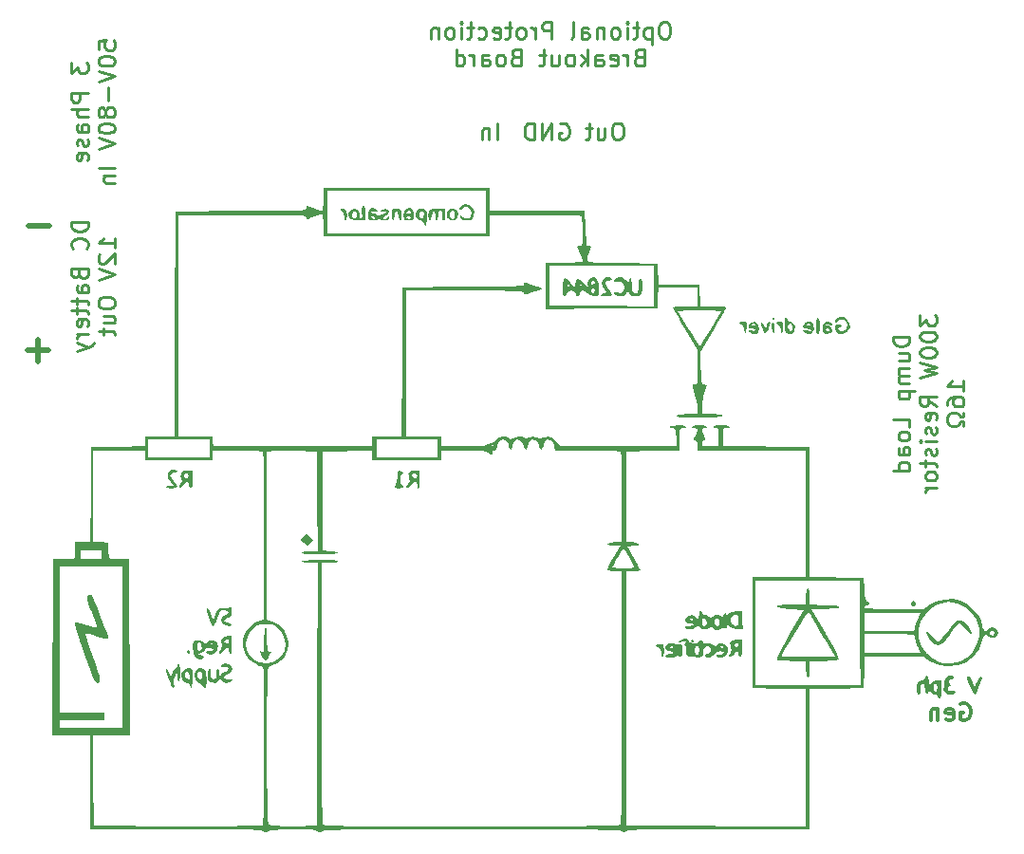
<source format=gbr>
%TF.GenerationSoftware,KiCad,Pcbnew,(6.0.7)*%
%TF.CreationDate,2023-07-07T11:40:33-04:00*%
%TF.ProjectId,small_wind_turbine,736d616c-6c5f-4776-996e-645f74757262,rev?*%
%TF.SameCoordinates,Original*%
%TF.FileFunction,Legend,Bot*%
%TF.FilePolarity,Positive*%
%FSLAX46Y46*%
G04 Gerber Fmt 4.6, Leading zero omitted, Abs format (unit mm)*
G04 Created by KiCad (PCBNEW (6.0.7)) date 2023-07-07 11:40:33*
%MOMM*%
%LPD*%
G01*
G04 APERTURE LIST*
%ADD10C,0.250000*%
%ADD11C,0.500000*%
%ADD12C,0.300000*%
G04 APERTURE END LIST*
D10*
X95350000Y-44678571D02*
X95064285Y-44678571D01*
X94921428Y-44750000D01*
X94778571Y-44892857D01*
X94707142Y-45178571D01*
X94707142Y-45678571D01*
X94778571Y-45964285D01*
X94921428Y-46107142D01*
X95064285Y-46178571D01*
X95350000Y-46178571D01*
X95492857Y-46107142D01*
X95635714Y-45964285D01*
X95707142Y-45678571D01*
X95707142Y-45178571D01*
X95635714Y-44892857D01*
X95492857Y-44750000D01*
X95350000Y-44678571D01*
X93421428Y-45178571D02*
X93421428Y-46178571D01*
X94064285Y-45178571D02*
X94064285Y-45964285D01*
X93992857Y-46107142D01*
X93850000Y-46178571D01*
X93635714Y-46178571D01*
X93492857Y-46107142D01*
X93421428Y-46035714D01*
X92921428Y-45178571D02*
X92350000Y-45178571D01*
X92707142Y-44678571D02*
X92707142Y-45964285D01*
X92635714Y-46107142D01*
X92492857Y-46178571D01*
X92350000Y-46178571D01*
X47971071Y-53521428D02*
X46471071Y-53521428D01*
X46471071Y-53878571D01*
X46542500Y-54092857D01*
X46685357Y-54235714D01*
X46828214Y-54307142D01*
X47113928Y-54378571D01*
X47328214Y-54378571D01*
X47613928Y-54307142D01*
X47756785Y-54235714D01*
X47899642Y-54092857D01*
X47971071Y-53878571D01*
X47971071Y-53521428D01*
X47828214Y-55878571D02*
X47899642Y-55807142D01*
X47971071Y-55592857D01*
X47971071Y-55450000D01*
X47899642Y-55235714D01*
X47756785Y-55092857D01*
X47613928Y-55021428D01*
X47328214Y-54950000D01*
X47113928Y-54950000D01*
X46828214Y-55021428D01*
X46685357Y-55092857D01*
X46542500Y-55235714D01*
X46471071Y-55450000D01*
X46471071Y-55592857D01*
X46542500Y-55807142D01*
X46613928Y-55878571D01*
X47185357Y-58164285D02*
X47256785Y-58378571D01*
X47328214Y-58450000D01*
X47471071Y-58521428D01*
X47685357Y-58521428D01*
X47828214Y-58450000D01*
X47899642Y-58378571D01*
X47971071Y-58235714D01*
X47971071Y-57664285D01*
X46471071Y-57664285D01*
X46471071Y-58164285D01*
X46542500Y-58307142D01*
X46613928Y-58378571D01*
X46756785Y-58450000D01*
X46899642Y-58450000D01*
X47042500Y-58378571D01*
X47113928Y-58307142D01*
X47185357Y-58164285D01*
X47185357Y-57664285D01*
X47971071Y-59807142D02*
X47185357Y-59807142D01*
X47042500Y-59735714D01*
X46971071Y-59592857D01*
X46971071Y-59307142D01*
X47042500Y-59164285D01*
X47899642Y-59807142D02*
X47971071Y-59664285D01*
X47971071Y-59307142D01*
X47899642Y-59164285D01*
X47756785Y-59092857D01*
X47613928Y-59092857D01*
X47471071Y-59164285D01*
X47399642Y-59307142D01*
X47399642Y-59664285D01*
X47328214Y-59807142D01*
X46971071Y-60307142D02*
X46971071Y-60878571D01*
X46471071Y-60521428D02*
X47756785Y-60521428D01*
X47899642Y-60592857D01*
X47971071Y-60735714D01*
X47971071Y-60878571D01*
X46971071Y-61164285D02*
X46971071Y-61735714D01*
X46471071Y-61378571D02*
X47756785Y-61378571D01*
X47899642Y-61450000D01*
X47971071Y-61592857D01*
X47971071Y-61735714D01*
X47899642Y-62807142D02*
X47971071Y-62664285D01*
X47971071Y-62378571D01*
X47899642Y-62235714D01*
X47756785Y-62164285D01*
X47185357Y-62164285D01*
X47042500Y-62235714D01*
X46971071Y-62378571D01*
X46971071Y-62664285D01*
X47042500Y-62807142D01*
X47185357Y-62878571D01*
X47328214Y-62878571D01*
X47471071Y-62164285D01*
X47971071Y-63521428D02*
X46971071Y-63521428D01*
X47256785Y-63521428D02*
X47113928Y-63592857D01*
X47042500Y-63664285D01*
X46971071Y-63807142D01*
X46971071Y-63950000D01*
X46971071Y-64307142D02*
X47971071Y-64664285D01*
X46971071Y-65021428D02*
X47971071Y-64664285D01*
X48328214Y-64521428D01*
X48399642Y-64450000D01*
X48471071Y-64307142D01*
X50386071Y-55807142D02*
X50386071Y-54950000D01*
X50386071Y-55378571D02*
X48886071Y-55378571D01*
X49100357Y-55235714D01*
X49243214Y-55092857D01*
X49314642Y-54950000D01*
X49028928Y-56378571D02*
X48957500Y-56450000D01*
X48886071Y-56592857D01*
X48886071Y-56950000D01*
X48957500Y-57092857D01*
X49028928Y-57164285D01*
X49171785Y-57235714D01*
X49314642Y-57235714D01*
X49528928Y-57164285D01*
X50386071Y-56307142D01*
X50386071Y-57235714D01*
X48886071Y-57664285D02*
X50386071Y-58164285D01*
X48886071Y-58664285D01*
X48886071Y-60592857D02*
X48886071Y-60878571D01*
X48957500Y-61021428D01*
X49100357Y-61164285D01*
X49386071Y-61235714D01*
X49886071Y-61235714D01*
X50171785Y-61164285D01*
X50314642Y-61021428D01*
X50386071Y-60878571D01*
X50386071Y-60592857D01*
X50314642Y-60450000D01*
X50171785Y-60307142D01*
X49886071Y-60235714D01*
X49386071Y-60235714D01*
X49100357Y-60307142D01*
X48957500Y-60450000D01*
X48886071Y-60592857D01*
X49386071Y-62521428D02*
X50386071Y-62521428D01*
X49386071Y-61878571D02*
X50171785Y-61878571D01*
X50314642Y-61950000D01*
X50386071Y-62092857D01*
X50386071Y-62307142D01*
X50314642Y-62450000D01*
X50243214Y-62521428D01*
X49386071Y-63021428D02*
X49386071Y-63592857D01*
X48886071Y-63235714D02*
X50171785Y-63235714D01*
X50314642Y-63307142D01*
X50386071Y-63450000D01*
X50386071Y-63592857D01*
X121263571Y-63735714D02*
X119763571Y-63735714D01*
X119763571Y-64092857D01*
X119835000Y-64307142D01*
X119977857Y-64450000D01*
X120120714Y-64521428D01*
X120406428Y-64592857D01*
X120620714Y-64592857D01*
X120906428Y-64521428D01*
X121049285Y-64450000D01*
X121192142Y-64307142D01*
X121263571Y-64092857D01*
X121263571Y-63735714D01*
X120263571Y-65878571D02*
X121263571Y-65878571D01*
X120263571Y-65235714D02*
X121049285Y-65235714D01*
X121192142Y-65307142D01*
X121263571Y-65450000D01*
X121263571Y-65664285D01*
X121192142Y-65807142D01*
X121120714Y-65878571D01*
X121263571Y-66592857D02*
X120263571Y-66592857D01*
X120406428Y-66592857D02*
X120335000Y-66664285D01*
X120263571Y-66807142D01*
X120263571Y-67021428D01*
X120335000Y-67164285D01*
X120477857Y-67235714D01*
X121263571Y-67235714D01*
X120477857Y-67235714D02*
X120335000Y-67307142D01*
X120263571Y-67450000D01*
X120263571Y-67664285D01*
X120335000Y-67807142D01*
X120477857Y-67878571D01*
X121263571Y-67878571D01*
X120263571Y-68592857D02*
X121763571Y-68592857D01*
X120335000Y-68592857D02*
X120263571Y-68735714D01*
X120263571Y-69021428D01*
X120335000Y-69164285D01*
X120406428Y-69235714D01*
X120549285Y-69307142D01*
X120977857Y-69307142D01*
X121120714Y-69235714D01*
X121192142Y-69164285D01*
X121263571Y-69021428D01*
X121263571Y-68735714D01*
X121192142Y-68592857D01*
X121263571Y-71807142D02*
X121263571Y-71092857D01*
X119763571Y-71092857D01*
X121263571Y-72521428D02*
X121192142Y-72378571D01*
X121120714Y-72307142D01*
X120977857Y-72235714D01*
X120549285Y-72235714D01*
X120406428Y-72307142D01*
X120335000Y-72378571D01*
X120263571Y-72521428D01*
X120263571Y-72735714D01*
X120335000Y-72878571D01*
X120406428Y-72950000D01*
X120549285Y-73021428D01*
X120977857Y-73021428D01*
X121120714Y-72950000D01*
X121192142Y-72878571D01*
X121263571Y-72735714D01*
X121263571Y-72521428D01*
X121263571Y-74307142D02*
X120477857Y-74307142D01*
X120335000Y-74235714D01*
X120263571Y-74092857D01*
X120263571Y-73807142D01*
X120335000Y-73664285D01*
X121192142Y-74307142D02*
X121263571Y-74164285D01*
X121263571Y-73807142D01*
X121192142Y-73664285D01*
X121049285Y-73592857D01*
X120906428Y-73592857D01*
X120763571Y-73664285D01*
X120692142Y-73807142D01*
X120692142Y-74164285D01*
X120620714Y-74307142D01*
X121263571Y-75664285D02*
X119763571Y-75664285D01*
X121192142Y-75664285D02*
X121263571Y-75521428D01*
X121263571Y-75235714D01*
X121192142Y-75092857D01*
X121120714Y-75021428D01*
X120977857Y-74950000D01*
X120549285Y-74950000D01*
X120406428Y-75021428D01*
X120335000Y-75092857D01*
X120263571Y-75235714D01*
X120263571Y-75521428D01*
X120335000Y-75664285D01*
X122178571Y-61807142D02*
X122178571Y-62735714D01*
X122750000Y-62235714D01*
X122750000Y-62450000D01*
X122821428Y-62592857D01*
X122892857Y-62664285D01*
X123035714Y-62735714D01*
X123392857Y-62735714D01*
X123535714Y-62664285D01*
X123607142Y-62592857D01*
X123678571Y-62450000D01*
X123678571Y-62021428D01*
X123607142Y-61878571D01*
X123535714Y-61807142D01*
X122178571Y-63664285D02*
X122178571Y-63807142D01*
X122250000Y-63950000D01*
X122321428Y-64021428D01*
X122464285Y-64092857D01*
X122750000Y-64164285D01*
X123107142Y-64164285D01*
X123392857Y-64092857D01*
X123535714Y-64021428D01*
X123607142Y-63950000D01*
X123678571Y-63807142D01*
X123678571Y-63664285D01*
X123607142Y-63521428D01*
X123535714Y-63450000D01*
X123392857Y-63378571D01*
X123107142Y-63307142D01*
X122750000Y-63307142D01*
X122464285Y-63378571D01*
X122321428Y-63450000D01*
X122250000Y-63521428D01*
X122178571Y-63664285D01*
X122178571Y-65092857D02*
X122178571Y-65235714D01*
X122250000Y-65378571D01*
X122321428Y-65450000D01*
X122464285Y-65521428D01*
X122750000Y-65592857D01*
X123107142Y-65592857D01*
X123392857Y-65521428D01*
X123535714Y-65450000D01*
X123607142Y-65378571D01*
X123678571Y-65235714D01*
X123678571Y-65092857D01*
X123607142Y-64950000D01*
X123535714Y-64878571D01*
X123392857Y-64807142D01*
X123107142Y-64735714D01*
X122750000Y-64735714D01*
X122464285Y-64807142D01*
X122321428Y-64878571D01*
X122250000Y-64950000D01*
X122178571Y-65092857D01*
X122178571Y-66092857D02*
X123678571Y-66450000D01*
X122607142Y-66735714D01*
X123678571Y-67021428D01*
X122178571Y-67378571D01*
X123678571Y-69950000D02*
X122964285Y-69450000D01*
X123678571Y-69092857D02*
X122178571Y-69092857D01*
X122178571Y-69664285D01*
X122250000Y-69807142D01*
X122321428Y-69878571D01*
X122464285Y-69950000D01*
X122678571Y-69950000D01*
X122821428Y-69878571D01*
X122892857Y-69807142D01*
X122964285Y-69664285D01*
X122964285Y-69092857D01*
X123607142Y-71164285D02*
X123678571Y-71021428D01*
X123678571Y-70735714D01*
X123607142Y-70592857D01*
X123464285Y-70521428D01*
X122892857Y-70521428D01*
X122750000Y-70592857D01*
X122678571Y-70735714D01*
X122678571Y-71021428D01*
X122750000Y-71164285D01*
X122892857Y-71235714D01*
X123035714Y-71235714D01*
X123178571Y-70521428D01*
X123607142Y-71807142D02*
X123678571Y-71950000D01*
X123678571Y-72235714D01*
X123607142Y-72378571D01*
X123464285Y-72450000D01*
X123392857Y-72450000D01*
X123250000Y-72378571D01*
X123178571Y-72235714D01*
X123178571Y-72021428D01*
X123107142Y-71878571D01*
X122964285Y-71807142D01*
X122892857Y-71807142D01*
X122750000Y-71878571D01*
X122678571Y-72021428D01*
X122678571Y-72235714D01*
X122750000Y-72378571D01*
X123678571Y-73092857D02*
X122678571Y-73092857D01*
X122178571Y-73092857D02*
X122250000Y-73021428D01*
X122321428Y-73092857D01*
X122250000Y-73164285D01*
X122178571Y-73092857D01*
X122321428Y-73092857D01*
X123607142Y-73735714D02*
X123678571Y-73878571D01*
X123678571Y-74164285D01*
X123607142Y-74307142D01*
X123464285Y-74378571D01*
X123392857Y-74378571D01*
X123250000Y-74307142D01*
X123178571Y-74164285D01*
X123178571Y-73950000D01*
X123107142Y-73807142D01*
X122964285Y-73735714D01*
X122892857Y-73735714D01*
X122750000Y-73807142D01*
X122678571Y-73950000D01*
X122678571Y-74164285D01*
X122750000Y-74307142D01*
X122678571Y-74807142D02*
X122678571Y-75378571D01*
X122178571Y-75021428D02*
X123464285Y-75021428D01*
X123607142Y-75092857D01*
X123678571Y-75235714D01*
X123678571Y-75378571D01*
X123678571Y-76092857D02*
X123607142Y-75950000D01*
X123535714Y-75878571D01*
X123392857Y-75807142D01*
X122964285Y-75807142D01*
X122821428Y-75878571D01*
X122750000Y-75950000D01*
X122678571Y-76092857D01*
X122678571Y-76307142D01*
X122750000Y-76450000D01*
X122821428Y-76521428D01*
X122964285Y-76592857D01*
X123392857Y-76592857D01*
X123535714Y-76521428D01*
X123607142Y-76450000D01*
X123678571Y-76307142D01*
X123678571Y-76092857D01*
X123678571Y-77235714D02*
X122678571Y-77235714D01*
X122964285Y-77235714D02*
X122821428Y-77307142D01*
X122750000Y-77378571D01*
X122678571Y-77521428D01*
X122678571Y-77664285D01*
X126093571Y-68557142D02*
X126093571Y-67700000D01*
X126093571Y-68128571D02*
X124593571Y-68128571D01*
X124807857Y-67985714D01*
X124950714Y-67842857D01*
X125022142Y-67700000D01*
X124593571Y-69842857D02*
X124593571Y-69557142D01*
X124665000Y-69414285D01*
X124736428Y-69342857D01*
X124950714Y-69200000D01*
X125236428Y-69128571D01*
X125807857Y-69128571D01*
X125950714Y-69200000D01*
X126022142Y-69271428D01*
X126093571Y-69414285D01*
X126093571Y-69700000D01*
X126022142Y-69842857D01*
X125950714Y-69914285D01*
X125807857Y-69985714D01*
X125450714Y-69985714D01*
X125307857Y-69914285D01*
X125236428Y-69842857D01*
X125165000Y-69700000D01*
X125165000Y-69414285D01*
X125236428Y-69271428D01*
X125307857Y-69200000D01*
X125450714Y-69128571D01*
X126093571Y-70557142D02*
X126093571Y-70914285D01*
X125807857Y-70914285D01*
X125736428Y-70771428D01*
X125593571Y-70628571D01*
X125379285Y-70557142D01*
X125022142Y-70557142D01*
X124807857Y-70628571D01*
X124665000Y-70771428D01*
X124593571Y-70985714D01*
X124593571Y-71271428D01*
X124665000Y-71485714D01*
X124807857Y-71628571D01*
X125022142Y-71700000D01*
X125379285Y-71700000D01*
X125593571Y-71628571D01*
X125736428Y-71485714D01*
X125807857Y-71342857D01*
X126093571Y-71342857D01*
X126093571Y-71700000D01*
D11*
X42547619Y-64978571D02*
X44452380Y-64978571D01*
X43500000Y-65930952D02*
X43500000Y-64026190D01*
D10*
X84478571Y-46178571D02*
X84478571Y-44678571D01*
X83764285Y-45178571D02*
X83764285Y-46178571D01*
X83764285Y-45321428D02*
X83692857Y-45250000D01*
X83550000Y-45178571D01*
X83335714Y-45178571D01*
X83192857Y-45250000D01*
X83121428Y-45392857D01*
X83121428Y-46178571D01*
X99557142Y-35671071D02*
X99271428Y-35671071D01*
X99128571Y-35742500D01*
X98985714Y-35885357D01*
X98914285Y-36171071D01*
X98914285Y-36671071D01*
X98985714Y-36956785D01*
X99128571Y-37099642D01*
X99271428Y-37171071D01*
X99557142Y-37171071D01*
X99700000Y-37099642D01*
X99842857Y-36956785D01*
X99914285Y-36671071D01*
X99914285Y-36171071D01*
X99842857Y-35885357D01*
X99700000Y-35742500D01*
X99557142Y-35671071D01*
X98271428Y-36171071D02*
X98271428Y-37671071D01*
X98271428Y-36242500D02*
X98128571Y-36171071D01*
X97842857Y-36171071D01*
X97700000Y-36242500D01*
X97628571Y-36313928D01*
X97557142Y-36456785D01*
X97557142Y-36885357D01*
X97628571Y-37028214D01*
X97700000Y-37099642D01*
X97842857Y-37171071D01*
X98128571Y-37171071D01*
X98271428Y-37099642D01*
X97128571Y-36171071D02*
X96557142Y-36171071D01*
X96914285Y-35671071D02*
X96914285Y-36956785D01*
X96842857Y-37099642D01*
X96700000Y-37171071D01*
X96557142Y-37171071D01*
X96057142Y-37171071D02*
X96057142Y-36171071D01*
X96057142Y-35671071D02*
X96128571Y-35742500D01*
X96057142Y-35813928D01*
X95985714Y-35742500D01*
X96057142Y-35671071D01*
X96057142Y-35813928D01*
X95128571Y-37171071D02*
X95271428Y-37099642D01*
X95342857Y-37028214D01*
X95414285Y-36885357D01*
X95414285Y-36456785D01*
X95342857Y-36313928D01*
X95271428Y-36242500D01*
X95128571Y-36171071D01*
X94914285Y-36171071D01*
X94771428Y-36242500D01*
X94700000Y-36313928D01*
X94628571Y-36456785D01*
X94628571Y-36885357D01*
X94700000Y-37028214D01*
X94771428Y-37099642D01*
X94914285Y-37171071D01*
X95128571Y-37171071D01*
X93985714Y-36171071D02*
X93985714Y-37171071D01*
X93985714Y-36313928D02*
X93914285Y-36242500D01*
X93771428Y-36171071D01*
X93557142Y-36171071D01*
X93414285Y-36242500D01*
X93342857Y-36385357D01*
X93342857Y-37171071D01*
X91985714Y-37171071D02*
X91985714Y-36385357D01*
X92057142Y-36242500D01*
X92200000Y-36171071D01*
X92485714Y-36171071D01*
X92628571Y-36242500D01*
X91985714Y-37099642D02*
X92128571Y-37171071D01*
X92485714Y-37171071D01*
X92628571Y-37099642D01*
X92700000Y-36956785D01*
X92700000Y-36813928D01*
X92628571Y-36671071D01*
X92485714Y-36599642D01*
X92128571Y-36599642D01*
X91985714Y-36528214D01*
X91057142Y-37171071D02*
X91200000Y-37099642D01*
X91271428Y-36956785D01*
X91271428Y-35671071D01*
X89342857Y-37171071D02*
X89342857Y-35671071D01*
X88771428Y-35671071D01*
X88628571Y-35742500D01*
X88557142Y-35813928D01*
X88485714Y-35956785D01*
X88485714Y-36171071D01*
X88557142Y-36313928D01*
X88628571Y-36385357D01*
X88771428Y-36456785D01*
X89342857Y-36456785D01*
X87842857Y-37171071D02*
X87842857Y-36171071D01*
X87842857Y-36456785D02*
X87771428Y-36313928D01*
X87700000Y-36242500D01*
X87557142Y-36171071D01*
X87414285Y-36171071D01*
X86700000Y-37171071D02*
X86842857Y-37099642D01*
X86914285Y-37028214D01*
X86985714Y-36885357D01*
X86985714Y-36456785D01*
X86914285Y-36313928D01*
X86842857Y-36242500D01*
X86700000Y-36171071D01*
X86485714Y-36171071D01*
X86342857Y-36242500D01*
X86271428Y-36313928D01*
X86200000Y-36456785D01*
X86200000Y-36885357D01*
X86271428Y-37028214D01*
X86342857Y-37099642D01*
X86485714Y-37171071D01*
X86700000Y-37171071D01*
X85771428Y-36171071D02*
X85200000Y-36171071D01*
X85557142Y-35671071D02*
X85557142Y-36956785D01*
X85485714Y-37099642D01*
X85342857Y-37171071D01*
X85200000Y-37171071D01*
X84128571Y-37099642D02*
X84271428Y-37171071D01*
X84557142Y-37171071D01*
X84700000Y-37099642D01*
X84771428Y-36956785D01*
X84771428Y-36385357D01*
X84700000Y-36242500D01*
X84557142Y-36171071D01*
X84271428Y-36171071D01*
X84128571Y-36242500D01*
X84057142Y-36385357D01*
X84057142Y-36528214D01*
X84771428Y-36671071D01*
X82771428Y-37099642D02*
X82914285Y-37171071D01*
X83200000Y-37171071D01*
X83342857Y-37099642D01*
X83414285Y-37028214D01*
X83485714Y-36885357D01*
X83485714Y-36456785D01*
X83414285Y-36313928D01*
X83342857Y-36242500D01*
X83200000Y-36171071D01*
X82914285Y-36171071D01*
X82771428Y-36242500D01*
X82342857Y-36171071D02*
X81771428Y-36171071D01*
X82128571Y-35671071D02*
X82128571Y-36956785D01*
X82057142Y-37099642D01*
X81914285Y-37171071D01*
X81771428Y-37171071D01*
X81271428Y-37171071D02*
X81271428Y-36171071D01*
X81271428Y-35671071D02*
X81342857Y-35742500D01*
X81271428Y-35813928D01*
X81200000Y-35742500D01*
X81271428Y-35671071D01*
X81271428Y-35813928D01*
X80342857Y-37171071D02*
X80485714Y-37099642D01*
X80557142Y-37028214D01*
X80628571Y-36885357D01*
X80628571Y-36456785D01*
X80557142Y-36313928D01*
X80485714Y-36242500D01*
X80342857Y-36171071D01*
X80128571Y-36171071D01*
X79985714Y-36242500D01*
X79914285Y-36313928D01*
X79842857Y-36456785D01*
X79842857Y-36885357D01*
X79914285Y-37028214D01*
X79985714Y-37099642D01*
X80128571Y-37171071D01*
X80342857Y-37171071D01*
X79200000Y-36171071D02*
X79200000Y-37171071D01*
X79200000Y-36313928D02*
X79128571Y-36242500D01*
X78985714Y-36171071D01*
X78771428Y-36171071D01*
X78628571Y-36242500D01*
X78557142Y-36385357D01*
X78557142Y-37171071D01*
X97092857Y-38800357D02*
X96878571Y-38871785D01*
X96807142Y-38943214D01*
X96735714Y-39086071D01*
X96735714Y-39300357D01*
X96807142Y-39443214D01*
X96878571Y-39514642D01*
X97021428Y-39586071D01*
X97592857Y-39586071D01*
X97592857Y-38086071D01*
X97092857Y-38086071D01*
X96950000Y-38157500D01*
X96878571Y-38228928D01*
X96807142Y-38371785D01*
X96807142Y-38514642D01*
X96878571Y-38657500D01*
X96950000Y-38728928D01*
X97092857Y-38800357D01*
X97592857Y-38800357D01*
X96092857Y-39586071D02*
X96092857Y-38586071D01*
X96092857Y-38871785D02*
X96021428Y-38728928D01*
X95950000Y-38657500D01*
X95807142Y-38586071D01*
X95664285Y-38586071D01*
X94592857Y-39514642D02*
X94735714Y-39586071D01*
X95021428Y-39586071D01*
X95164285Y-39514642D01*
X95235714Y-39371785D01*
X95235714Y-38800357D01*
X95164285Y-38657500D01*
X95021428Y-38586071D01*
X94735714Y-38586071D01*
X94592857Y-38657500D01*
X94521428Y-38800357D01*
X94521428Y-38943214D01*
X95235714Y-39086071D01*
X93235714Y-39586071D02*
X93235714Y-38800357D01*
X93307142Y-38657500D01*
X93450000Y-38586071D01*
X93735714Y-38586071D01*
X93878571Y-38657500D01*
X93235714Y-39514642D02*
X93378571Y-39586071D01*
X93735714Y-39586071D01*
X93878571Y-39514642D01*
X93950000Y-39371785D01*
X93950000Y-39228928D01*
X93878571Y-39086071D01*
X93735714Y-39014642D01*
X93378571Y-39014642D01*
X93235714Y-38943214D01*
X92521428Y-39586071D02*
X92521428Y-38086071D01*
X92378571Y-39014642D02*
X91950000Y-39586071D01*
X91950000Y-38586071D02*
X92521428Y-39157500D01*
X91092857Y-39586071D02*
X91235714Y-39514642D01*
X91307142Y-39443214D01*
X91378571Y-39300357D01*
X91378571Y-38871785D01*
X91307142Y-38728928D01*
X91235714Y-38657500D01*
X91092857Y-38586071D01*
X90878571Y-38586071D01*
X90735714Y-38657500D01*
X90664285Y-38728928D01*
X90592857Y-38871785D01*
X90592857Y-39300357D01*
X90664285Y-39443214D01*
X90735714Y-39514642D01*
X90878571Y-39586071D01*
X91092857Y-39586071D01*
X89307142Y-38586071D02*
X89307142Y-39586071D01*
X89950000Y-38586071D02*
X89950000Y-39371785D01*
X89878571Y-39514642D01*
X89735714Y-39586071D01*
X89521428Y-39586071D01*
X89378571Y-39514642D01*
X89307142Y-39443214D01*
X88807142Y-38586071D02*
X88235714Y-38586071D01*
X88592857Y-38086071D02*
X88592857Y-39371785D01*
X88521428Y-39514642D01*
X88378571Y-39586071D01*
X88235714Y-39586071D01*
X86092857Y-38800357D02*
X85878571Y-38871785D01*
X85807142Y-38943214D01*
X85735714Y-39086071D01*
X85735714Y-39300357D01*
X85807142Y-39443214D01*
X85878571Y-39514642D01*
X86021428Y-39586071D01*
X86592857Y-39586071D01*
X86592857Y-38086071D01*
X86092857Y-38086071D01*
X85950000Y-38157500D01*
X85878571Y-38228928D01*
X85807142Y-38371785D01*
X85807142Y-38514642D01*
X85878571Y-38657500D01*
X85950000Y-38728928D01*
X86092857Y-38800357D01*
X86592857Y-38800357D01*
X84878571Y-39586071D02*
X85021428Y-39514642D01*
X85092857Y-39443214D01*
X85164285Y-39300357D01*
X85164285Y-38871785D01*
X85092857Y-38728928D01*
X85021428Y-38657500D01*
X84878571Y-38586071D01*
X84664285Y-38586071D01*
X84521428Y-38657500D01*
X84450000Y-38728928D01*
X84378571Y-38871785D01*
X84378571Y-39300357D01*
X84450000Y-39443214D01*
X84521428Y-39514642D01*
X84664285Y-39586071D01*
X84878571Y-39586071D01*
X83092857Y-39586071D02*
X83092857Y-38800357D01*
X83164285Y-38657500D01*
X83307142Y-38586071D01*
X83592857Y-38586071D01*
X83735714Y-38657500D01*
X83092857Y-39514642D02*
X83235714Y-39586071D01*
X83592857Y-39586071D01*
X83735714Y-39514642D01*
X83807142Y-39371785D01*
X83807142Y-39228928D01*
X83735714Y-39086071D01*
X83592857Y-39014642D01*
X83235714Y-39014642D01*
X83092857Y-38943214D01*
X82378571Y-39586071D02*
X82378571Y-38586071D01*
X82378571Y-38871785D02*
X82307142Y-38728928D01*
X82235714Y-38657500D01*
X82092857Y-38586071D01*
X81950000Y-38586071D01*
X80807142Y-39586071D02*
X80807142Y-38086071D01*
X80807142Y-39514642D02*
X80950000Y-39586071D01*
X81235714Y-39586071D01*
X81378571Y-39514642D01*
X81450000Y-39443214D01*
X81521428Y-39300357D01*
X81521428Y-38871785D01*
X81450000Y-38728928D01*
X81378571Y-38657500D01*
X81235714Y-38586071D01*
X80950000Y-38586071D01*
X80807142Y-38657500D01*
X90042857Y-44750000D02*
X90185714Y-44678571D01*
X90400000Y-44678571D01*
X90614285Y-44750000D01*
X90757142Y-44892857D01*
X90828571Y-45035714D01*
X90900000Y-45321428D01*
X90900000Y-45535714D01*
X90828571Y-45821428D01*
X90757142Y-45964285D01*
X90614285Y-46107142D01*
X90400000Y-46178571D01*
X90257142Y-46178571D01*
X90042857Y-46107142D01*
X89971428Y-46035714D01*
X89971428Y-45535714D01*
X90257142Y-45535714D01*
X89328571Y-46178571D02*
X89328571Y-44678571D01*
X88471428Y-46178571D01*
X88471428Y-44678571D01*
X87757142Y-46178571D02*
X87757142Y-44678571D01*
X87400000Y-44678571D01*
X87185714Y-44750000D01*
X87042857Y-44892857D01*
X86971428Y-45035714D01*
X86900000Y-45321428D01*
X86900000Y-45535714D01*
X86971428Y-45821428D01*
X87042857Y-45964285D01*
X87185714Y-46107142D01*
X87400000Y-46178571D01*
X87757142Y-46178571D01*
D11*
X42647619Y-53878571D02*
X44552380Y-53878571D01*
D10*
X46471071Y-39271428D02*
X46471071Y-40200000D01*
X47042500Y-39700000D01*
X47042500Y-39914285D01*
X47113928Y-40057142D01*
X47185357Y-40128571D01*
X47328214Y-40200000D01*
X47685357Y-40200000D01*
X47828214Y-40128571D01*
X47899642Y-40057142D01*
X47971071Y-39914285D01*
X47971071Y-39485714D01*
X47899642Y-39342857D01*
X47828214Y-39271428D01*
X47971071Y-41985714D02*
X46471071Y-41985714D01*
X46471071Y-42557142D01*
X46542500Y-42700000D01*
X46613928Y-42771428D01*
X46756785Y-42842857D01*
X46971071Y-42842857D01*
X47113928Y-42771428D01*
X47185357Y-42700000D01*
X47256785Y-42557142D01*
X47256785Y-41985714D01*
X47971071Y-43485714D02*
X46471071Y-43485714D01*
X47971071Y-44128571D02*
X47185357Y-44128571D01*
X47042500Y-44057142D01*
X46971071Y-43914285D01*
X46971071Y-43700000D01*
X47042500Y-43557142D01*
X47113928Y-43485714D01*
X47971071Y-45485714D02*
X47185357Y-45485714D01*
X47042500Y-45414285D01*
X46971071Y-45271428D01*
X46971071Y-44985714D01*
X47042500Y-44842857D01*
X47899642Y-45485714D02*
X47971071Y-45342857D01*
X47971071Y-44985714D01*
X47899642Y-44842857D01*
X47756785Y-44771428D01*
X47613928Y-44771428D01*
X47471071Y-44842857D01*
X47399642Y-44985714D01*
X47399642Y-45342857D01*
X47328214Y-45485714D01*
X47899642Y-46128571D02*
X47971071Y-46271428D01*
X47971071Y-46557142D01*
X47899642Y-46700000D01*
X47756785Y-46771428D01*
X47685357Y-46771428D01*
X47542500Y-46700000D01*
X47471071Y-46557142D01*
X47471071Y-46342857D01*
X47399642Y-46200000D01*
X47256785Y-46128571D01*
X47185357Y-46128571D01*
X47042500Y-46200000D01*
X46971071Y-46342857D01*
X46971071Y-46557142D01*
X47042500Y-46700000D01*
X47899642Y-47985714D02*
X47971071Y-47842857D01*
X47971071Y-47557142D01*
X47899642Y-47414285D01*
X47756785Y-47342857D01*
X47185357Y-47342857D01*
X47042500Y-47414285D01*
X46971071Y-47557142D01*
X46971071Y-47842857D01*
X47042500Y-47985714D01*
X47185357Y-48057142D01*
X47328214Y-48057142D01*
X47471071Y-47342857D01*
X48886071Y-38092857D02*
X48886071Y-37378571D01*
X49600357Y-37307142D01*
X49528928Y-37378571D01*
X49457500Y-37521428D01*
X49457500Y-37878571D01*
X49528928Y-38021428D01*
X49600357Y-38092857D01*
X49743214Y-38164285D01*
X50100357Y-38164285D01*
X50243214Y-38092857D01*
X50314642Y-38021428D01*
X50386071Y-37878571D01*
X50386071Y-37521428D01*
X50314642Y-37378571D01*
X50243214Y-37307142D01*
X48886071Y-39092857D02*
X48886071Y-39235714D01*
X48957500Y-39378571D01*
X49028928Y-39450000D01*
X49171785Y-39521428D01*
X49457500Y-39592857D01*
X49814642Y-39592857D01*
X50100357Y-39521428D01*
X50243214Y-39450000D01*
X50314642Y-39378571D01*
X50386071Y-39235714D01*
X50386071Y-39092857D01*
X50314642Y-38950000D01*
X50243214Y-38878571D01*
X50100357Y-38807142D01*
X49814642Y-38735714D01*
X49457500Y-38735714D01*
X49171785Y-38807142D01*
X49028928Y-38878571D01*
X48957500Y-38950000D01*
X48886071Y-39092857D01*
X48886071Y-40021428D02*
X50386071Y-40521428D01*
X48886071Y-41021428D01*
X49814642Y-41521428D02*
X49814642Y-42664285D01*
X49528928Y-43592857D02*
X49457500Y-43450000D01*
X49386071Y-43378571D01*
X49243214Y-43307142D01*
X49171785Y-43307142D01*
X49028928Y-43378571D01*
X48957500Y-43450000D01*
X48886071Y-43592857D01*
X48886071Y-43878571D01*
X48957500Y-44021428D01*
X49028928Y-44092857D01*
X49171785Y-44164285D01*
X49243214Y-44164285D01*
X49386071Y-44092857D01*
X49457500Y-44021428D01*
X49528928Y-43878571D01*
X49528928Y-43592857D01*
X49600357Y-43450000D01*
X49671785Y-43378571D01*
X49814642Y-43307142D01*
X50100357Y-43307142D01*
X50243214Y-43378571D01*
X50314642Y-43450000D01*
X50386071Y-43592857D01*
X50386071Y-43878571D01*
X50314642Y-44021428D01*
X50243214Y-44092857D01*
X50100357Y-44164285D01*
X49814642Y-44164285D01*
X49671785Y-44092857D01*
X49600357Y-44021428D01*
X49528928Y-43878571D01*
X48886071Y-45092857D02*
X48886071Y-45235714D01*
X48957500Y-45378571D01*
X49028928Y-45450000D01*
X49171785Y-45521428D01*
X49457500Y-45592857D01*
X49814642Y-45592857D01*
X50100357Y-45521428D01*
X50243214Y-45450000D01*
X50314642Y-45378571D01*
X50386071Y-45235714D01*
X50386071Y-45092857D01*
X50314642Y-44950000D01*
X50243214Y-44878571D01*
X50100357Y-44807142D01*
X49814642Y-44735714D01*
X49457500Y-44735714D01*
X49171785Y-44807142D01*
X49028928Y-44878571D01*
X48957500Y-44950000D01*
X48886071Y-45092857D01*
X48886071Y-46021428D02*
X50386071Y-46521428D01*
X48886071Y-47021428D01*
X50386071Y-48664285D02*
X48886071Y-48664285D01*
X49386071Y-49378571D02*
X50386071Y-49378571D01*
X49528928Y-49378571D02*
X49457500Y-49450000D01*
X49386071Y-49592857D01*
X49386071Y-49807142D01*
X49457500Y-49950000D01*
X49600357Y-50021428D01*
X50386071Y-50021428D01*
D12*
%TO.C,Gen*%
X125843428Y-96538000D02*
X125988571Y-96465428D01*
X126206285Y-96465428D01*
X126424000Y-96538000D01*
X126569142Y-96683142D01*
X126641714Y-96828285D01*
X126714285Y-97118571D01*
X126714285Y-97336285D01*
X126641714Y-97626571D01*
X126569142Y-97771714D01*
X126424000Y-97916857D01*
X126206285Y-97989428D01*
X126061142Y-97989428D01*
X125843428Y-97916857D01*
X125770857Y-97844285D01*
X125770857Y-97336285D01*
X126061142Y-97336285D01*
X124537142Y-97916857D02*
X124682285Y-97989428D01*
X124972571Y-97989428D01*
X125117714Y-97916857D01*
X125190285Y-97771714D01*
X125190285Y-97191142D01*
X125117714Y-97046000D01*
X124972571Y-96973428D01*
X124682285Y-96973428D01*
X124537142Y-97046000D01*
X124464571Y-97191142D01*
X124464571Y-97336285D01*
X125190285Y-97481428D01*
X123811428Y-96973428D02*
X123811428Y-97989428D01*
X123811428Y-97118571D02*
X123738857Y-97046000D01*
X123593714Y-96973428D01*
X123376000Y-96973428D01*
X123230857Y-97046000D01*
X123158285Y-97191142D01*
X123158285Y-97989428D01*
G36*
X99121892Y-91183725D02*
G01*
X99281941Y-91233379D01*
X99344768Y-91397365D01*
X99355650Y-91743596D01*
X99349908Y-91911865D01*
X99305147Y-92194817D01*
X99230526Y-92306650D01*
X99225880Y-92306385D01*
X99140634Y-92188146D01*
X99105403Y-91919567D01*
X99105341Y-91905000D01*
X99046514Y-91601750D01*
X98855157Y-91467042D01*
X98749084Y-91432567D01*
X98612410Y-91321555D01*
X98695808Y-91223045D01*
X98980280Y-91180542D01*
X99121892Y-91183725D01*
G37*
G36*
X60817719Y-88350421D02*
G01*
X60802285Y-88606297D01*
X60707589Y-88766295D01*
X60473630Y-88826172D01*
X60241530Y-88896343D01*
X60129541Y-89053448D01*
X60209228Y-89189217D01*
X60473630Y-89280725D01*
X60709510Y-89339826D01*
X60817719Y-89437129D01*
X60797003Y-89498772D01*
X60629545Y-89565411D01*
X60369320Y-89543565D01*
X60107842Y-89448109D01*
X59936624Y-89293917D01*
X59853224Y-89048915D01*
X59934244Y-88761152D01*
X60251458Y-88554175D01*
X60405627Y-88483684D01*
X60554175Y-88336960D01*
X60466695Y-88223262D01*
X60152392Y-88177586D01*
X59928440Y-88190951D01*
X59771244Y-88271463D01*
X59652958Y-88477091D01*
X59520382Y-88865763D01*
X59412080Y-89160579D01*
X59265122Y-89444282D01*
X59145013Y-89553941D01*
X59121380Y-89545670D01*
X59001570Y-89386267D01*
X58855963Y-89082300D01*
X58714672Y-88710743D01*
X58607814Y-88348568D01*
X58565502Y-88072746D01*
X58598861Y-87922007D01*
X58693372Y-87956745D01*
X58822256Y-88166926D01*
X58958484Y-88521675D01*
X59145155Y-89116010D01*
X59334375Y-88552956D01*
X59448142Y-88240092D01*
X59575798Y-88060003D01*
X59789303Y-87983639D01*
X60170657Y-87952082D01*
X60817719Y-87914262D01*
X60817719Y-88350421D01*
G37*
G36*
X109145163Y-62030483D02*
G01*
X109240379Y-62151970D01*
X109236743Y-62181878D01*
X109115256Y-62277093D01*
X109085348Y-62273458D01*
X108990132Y-62151970D01*
X108993768Y-62122063D01*
X109115256Y-62026847D01*
X109145163Y-62030483D01*
G37*
G36*
X124128626Y-95368433D02*
G01*
X124093103Y-95791235D01*
X124018578Y-96031176D01*
X123916898Y-96065802D01*
X123799912Y-95872660D01*
X123747630Y-95785735D01*
X123562530Y-95684975D01*
X123439088Y-95653558D01*
X123212700Y-95500506D01*
X123164138Y-95453286D01*
X123035613Y-95381778D01*
X122954401Y-95508437D01*
X122879082Y-95629200D01*
X122762744Y-95621183D01*
X122667814Y-95435822D01*
X122628556Y-95114537D01*
X122628395Y-95087572D01*
X122617669Y-95018429D01*
X123402265Y-95018429D01*
X123464430Y-95264490D01*
X123586605Y-95403232D01*
X123702883Y-95341178D01*
X123754664Y-95069786D01*
X123709602Y-94781095D01*
X123558669Y-94683990D01*
X123420039Y-94757838D01*
X123402265Y-95018429D01*
X122617669Y-95018429D01*
X122580788Y-94780696D01*
X122440871Y-94683990D01*
X122381990Y-94695075D01*
X122282925Y-94842990D01*
X122253187Y-95194910D01*
X122211055Y-95514318D01*
X122107210Y-95660429D01*
X121987718Y-95600467D01*
X121898728Y-95318359D01*
X121894768Y-95289873D01*
X121901286Y-94840394D01*
X122043526Y-94541944D01*
X122303539Y-94433744D01*
X122502402Y-94391602D01*
X122668103Y-94170908D01*
X122745900Y-94006470D01*
X122862236Y-93994312D01*
X122962897Y-94161507D01*
X123007730Y-94472409D01*
X123015022Y-94669854D01*
X123052297Y-94763006D01*
X123139071Y-94652709D01*
X123310658Y-94504831D01*
X123698320Y-94433744D01*
X124130034Y-94433744D01*
X124130034Y-95247044D01*
X124128626Y-95368433D01*
G37*
G36*
X95634135Y-58465882D02*
G01*
X95920450Y-58705396D01*
X95926533Y-58711475D01*
X96127984Y-58899187D01*
X96211226Y-58914530D01*
X96227571Y-58767958D01*
X96250260Y-58627942D01*
X96352694Y-58523399D01*
X96385709Y-58542225D01*
X96452338Y-58730370D01*
X96479733Y-59055172D01*
X96480553Y-59122769D01*
X96536708Y-59595865D01*
X96678583Y-59843328D01*
X96903120Y-59859352D01*
X96992960Y-59794389D01*
X97078136Y-59566524D01*
X97103433Y-59142515D01*
X97111632Y-58860781D01*
X97160597Y-58605434D01*
X97259837Y-58553977D01*
X97334113Y-58624449D01*
X97419510Y-58883630D01*
X97456034Y-59242585D01*
X97437129Y-59610103D01*
X97356238Y-59894973D01*
X97323774Y-59945653D01*
X97078227Y-60116733D01*
X96758523Y-60163926D01*
X96462171Y-60087790D01*
X96286681Y-59888879D01*
X96203804Y-59627758D01*
X96016114Y-59895723D01*
X95968071Y-59958236D01*
X95739659Y-60109206D01*
X95380773Y-60125563D01*
X95324507Y-60119453D01*
X95027213Y-60038492D01*
X94875856Y-59913376D01*
X94865466Y-59872951D01*
X94919927Y-59791165D01*
X95159679Y-59824921D01*
X95492038Y-59838809D01*
X95755662Y-59672484D01*
X95852201Y-59336699D01*
X95783240Y-59046354D01*
X95543783Y-58848032D01*
X95175992Y-58844383D01*
X95077566Y-58863337D01*
X94878515Y-58831674D01*
X94878744Y-58700723D01*
X95093237Y-58527801D01*
X95093984Y-58527401D01*
X95390800Y-58413453D01*
X95634135Y-58465882D01*
G37*
G36*
X109681496Y-62402219D02*
G01*
X109884581Y-62431953D01*
X109972252Y-62568008D01*
X109991118Y-62881855D01*
X109989854Y-62961580D01*
X109958194Y-63279419D01*
X109897275Y-63456867D01*
X109888515Y-63463949D01*
X109815285Y-63398897D01*
X109763689Y-63157739D01*
X109762923Y-63150420D01*
X109681631Y-62856095D01*
X109544724Y-62694463D01*
X109541235Y-62693114D01*
X109375083Y-62568377D01*
X109429202Y-62452975D01*
X109678310Y-62402217D01*
X109681496Y-62402219D01*
G37*
G36*
X63841095Y-89691172D02*
G01*
X63896197Y-89879227D01*
X63932631Y-90263003D01*
X63945797Y-90801245D01*
X63946354Y-91004010D01*
X63957008Y-91467929D01*
X63986852Y-91736411D01*
X64043229Y-91850541D01*
X64133482Y-91851405D01*
X64171639Y-91837809D01*
X64300732Y-91839268D01*
X64279473Y-91991708D01*
X64106505Y-92318625D01*
X64087313Y-92350648D01*
X63925694Y-92585716D01*
X63820674Y-92682020D01*
X63801249Y-92674081D01*
X63678143Y-92533234D01*
X63518103Y-92288620D01*
X63379369Y-92035042D01*
X63320182Y-91867308D01*
X63345969Y-91832862D01*
X63507866Y-91851405D01*
X63541814Y-91861108D01*
X63620089Y-91827443D01*
X63666908Y-91666969D01*
X63689614Y-91338598D01*
X63695551Y-90801245D01*
X63696901Y-90618098D01*
X63717869Y-90123915D01*
X63760660Y-89797152D01*
X63820674Y-89679064D01*
X63841095Y-89691172D01*
G37*
G36*
X75639058Y-52339539D02*
G01*
X75827822Y-52413003D01*
X75933011Y-52577574D01*
X75957620Y-52906421D01*
X75924260Y-53239911D01*
X75843233Y-53381234D01*
X75750989Y-53304040D01*
X75684021Y-52996335D01*
X75682853Y-52984909D01*
X75602967Y-52662300D01*
X75485148Y-52543339D01*
X75378469Y-52635184D01*
X75332004Y-52944992D01*
X75330622Y-53011469D01*
X75288809Y-53283173D01*
X75206881Y-53393350D01*
X75138158Y-53317083D01*
X75092389Y-53078049D01*
X75087276Y-52769731D01*
X75123346Y-52489158D01*
X75201127Y-52333359D01*
X75356089Y-52304718D01*
X75639058Y-52339539D01*
G37*
G36*
X77569248Y-76872552D02*
G01*
X77524482Y-77176959D01*
X77459098Y-77291872D01*
X77376806Y-77214209D01*
X77333975Y-76979064D01*
X77325686Y-76816896D01*
X77259259Y-76688517D01*
X77098476Y-76749494D01*
X76810353Y-77001223D01*
X76800021Y-77011050D01*
X76543683Y-77205007D01*
X76383912Y-77245866D01*
X76362300Y-77145745D01*
X76520440Y-76916761D01*
X76547048Y-76886640D01*
X76677677Y-76645154D01*
X76616373Y-76376209D01*
X76581285Y-76288358D01*
X76573708Y-76139095D01*
X76872556Y-76139095D01*
X76973856Y-76302960D01*
X77122201Y-76383293D01*
X77286090Y-76378459D01*
X77333975Y-76165763D01*
X77299845Y-76019696D01*
X77153674Y-75915517D01*
X76957746Y-75977896D01*
X76872556Y-76139095D01*
X76573708Y-76139095D01*
X76564522Y-75958137D01*
X76760939Y-75742472D01*
X77152507Y-75665271D01*
X77584221Y-75665271D01*
X77584221Y-76478571D01*
X77569248Y-76872552D01*
G37*
G36*
X55681665Y-75600804D02*
G01*
X55717405Y-75612904D01*
X55915824Y-75742430D01*
X55881591Y-75862597D01*
X55625108Y-75915517D01*
X55421231Y-75953049D01*
X55312300Y-76093602D01*
X55316301Y-76126750D01*
X55421572Y-76358420D01*
X55625108Y-76643437D01*
X55678103Y-76708419D01*
X55863149Y-76975171D01*
X55937916Y-77153530D01*
X55927611Y-77182377D01*
X55757462Y-77260948D01*
X55437423Y-77291872D01*
X55325233Y-77288681D01*
X55047934Y-77245101D01*
X54936930Y-77166749D01*
X55019365Y-77083354D01*
X55258820Y-77041626D01*
X55580709Y-77041626D01*
X55321381Y-76711944D01*
X55146162Y-76408915D01*
X55079762Y-76051722D01*
X55158873Y-75760984D01*
X55365504Y-75592184D01*
X55681665Y-75600804D01*
G37*
G36*
X72238324Y-53163274D02*
G01*
X72342839Y-53197142D01*
X72343090Y-53196986D01*
X72423427Y-53020736D01*
X72416600Y-52709808D01*
X72416175Y-52707168D01*
X72402145Y-52374104D01*
X72458569Y-52135004D01*
X72566322Y-52017311D01*
X72663261Y-52085372D01*
X72715114Y-52386267D01*
X72719243Y-52912127D01*
X72704418Y-53369328D01*
X72050613Y-53374393D01*
X71744748Y-53366237D01*
X71414243Y-53291894D01*
X71250453Y-53112980D01*
X71218756Y-52892857D01*
X71515748Y-52892857D01*
X71523267Y-52987150D01*
X71620085Y-53192591D01*
X71771498Y-53239602D01*
X71904439Y-53090947D01*
X71914381Y-53062481D01*
X71929819Y-52798085D01*
X71835741Y-52595791D01*
X71672086Y-52548790D01*
X71574706Y-52645223D01*
X71515748Y-52892857D01*
X71218756Y-52892857D01*
X71204856Y-52796332D01*
X71250698Y-52607428D01*
X71456766Y-52391077D01*
X71742602Y-52302293D01*
X72012535Y-52389289D01*
X72142163Y-52594579D01*
X72181321Y-52798085D01*
X72203926Y-52915562D01*
X72238324Y-53163274D01*
G37*
G36*
X68050836Y-81848558D02*
G01*
X67786476Y-82123227D01*
X67522117Y-82397896D01*
X67247447Y-82133536D01*
X66972778Y-81869176D01*
X67501498Y-81319838D01*
X68050836Y-81848558D01*
G37*
G36*
X80903017Y-53203402D02*
G01*
X80662078Y-53370741D01*
X80356185Y-53375820D01*
X80088033Y-53207290D01*
X80038028Y-53128751D01*
X79995860Y-52821512D01*
X80036902Y-52708049D01*
X80254801Y-52708049D01*
X80274724Y-53019100D01*
X80375402Y-53211754D01*
X80527752Y-53265040D01*
X80657459Y-53122595D01*
X80712300Y-52809442D01*
X80675589Y-52624999D01*
X80532000Y-52517488D01*
X80411958Y-52536885D01*
X80254801Y-52708049D01*
X80036902Y-52708049D01*
X80106175Y-52516540D01*
X80336102Y-52330066D01*
X80594870Y-52312131D01*
X80856619Y-52461600D01*
X80991769Y-52748702D01*
X80985082Y-52809442D01*
X80951793Y-53111823D01*
X80903017Y-53203402D01*
G37*
G36*
X79836438Y-52859569D02*
G01*
X79831922Y-53001454D01*
X79787614Y-53281886D01*
X79711315Y-53393350D01*
X79694894Y-53389567D01*
X79617618Y-53244878D01*
X79586192Y-52955419D01*
X79585852Y-52915534D01*
X79537322Y-52612452D01*
X79398507Y-52517488D01*
X79381413Y-52518279D01*
X79251521Y-52631517D01*
X79210822Y-52955419D01*
X79209741Y-53012891D01*
X79168402Y-53283356D01*
X79085699Y-53393350D01*
X79067147Y-53388397D01*
X78991323Y-53238566D01*
X78960576Y-52944992D01*
X78960536Y-52933741D01*
X78911809Y-52629891D01*
X78804188Y-52543812D01*
X78686747Y-52668346D01*
X78608559Y-52996335D01*
X78559886Y-53249919D01*
X78464438Y-53382666D01*
X78374707Y-53285152D01*
X78334960Y-52962803D01*
X78362613Y-52666840D01*
X78490106Y-52460560D01*
X78766912Y-52359914D01*
X79242103Y-52330706D01*
X79836438Y-52325789D01*
X79836438Y-52859569D01*
G37*
G36*
X111017304Y-63210173D02*
G01*
X110985824Y-63275038D01*
X110808125Y-63472029D01*
X110523581Y-63491395D01*
X110346353Y-63455079D01*
X110228893Y-63358045D01*
X110171433Y-63139971D01*
X110153709Y-62902709D01*
X110429049Y-62902709D01*
X110436568Y-62997002D01*
X110533386Y-63202443D01*
X110684798Y-63249455D01*
X110817739Y-63100799D01*
X110827681Y-63072333D01*
X110843119Y-62807938D01*
X110749041Y-62605643D01*
X110585387Y-62558643D01*
X110488007Y-62655075D01*
X110429049Y-62902709D01*
X110153709Y-62902709D01*
X110141277Y-62736283D01*
X110134539Y-62468862D01*
X110162155Y-62143848D01*
X110235120Y-62026847D01*
X110292648Y-62045035D01*
X110366487Y-62205829D01*
X110421680Y-62322380D01*
X110635236Y-62424795D01*
X110943934Y-62559455D01*
X111070902Y-62807938D01*
X111086520Y-62838504D01*
X111017304Y-63210173D01*
G37*
G36*
X60553302Y-92977143D02*
G01*
X60814673Y-93148777D01*
X60889347Y-93403707D01*
X60745737Y-93693413D01*
X60555640Y-93845364D01*
X60297833Y-93933251D01*
X60169893Y-93966516D01*
X60066980Y-94130366D01*
X60141019Y-94270477D01*
X60411068Y-94304792D01*
X60591144Y-94294908D01*
X60853816Y-94303295D01*
X60902962Y-94367315D01*
X60762523Y-94500285D01*
X60563403Y-94624663D01*
X60265343Y-94659410D01*
X59973137Y-94462146D01*
X59851692Y-94347094D01*
X59720246Y-94314280D01*
X59563841Y-94471717D01*
X59350848Y-94629445D01*
X59032068Y-94617435D01*
X58917304Y-94584513D01*
X58766958Y-94488049D01*
X58703605Y-94291385D01*
X58690625Y-93919687D01*
X58698479Y-93706780D01*
X58743705Y-93420026D01*
X58815748Y-93307635D01*
X58843796Y-93320398D01*
X58913121Y-93494718D01*
X58940871Y-93808128D01*
X58955039Y-94097011D01*
X59027397Y-94266650D01*
X59191118Y-94308621D01*
X59338516Y-94278455D01*
X59421022Y-94131125D01*
X59441364Y-93800744D01*
X59443705Y-93690835D01*
X59484341Y-93426514D01*
X59566487Y-93370197D01*
X59650529Y-93507001D01*
X59695415Y-93784232D01*
X59699496Y-93911038D01*
X59733124Y-94020889D01*
X59818940Y-93915936D01*
X59965614Y-93768647D01*
X60253066Y-93632025D01*
X60460543Y-93529672D01*
X60567472Y-93352173D01*
X60562103Y-93293205D01*
X60462811Y-93202039D01*
X60192103Y-93226305D01*
X60114493Y-93240444D01*
X59882621Y-93238786D01*
X59816733Y-93116823D01*
X59816890Y-93109399D01*
X59925730Y-92975097D01*
X60250262Y-92932266D01*
X60553302Y-92977143D01*
G37*
G36*
X127683725Y-94077544D02*
G01*
X127727655Y-94214778D01*
X127688767Y-94325694D01*
X127584822Y-94633369D01*
X127453967Y-95028079D01*
X127434641Y-95085975D01*
X127270363Y-95486991D01*
X127117177Y-95658750D01*
X126961433Y-95596958D01*
X126789481Y-95297320D01*
X126587668Y-94755543D01*
X126519739Y-94552110D01*
X126423821Y-94251070D01*
X126400003Y-94106225D01*
X126445995Y-94060889D01*
X126559508Y-94058374D01*
X126617290Y-94080338D01*
X126772502Y-94269761D01*
X126917285Y-94590148D01*
X127097804Y-95121921D01*
X127260325Y-94590148D01*
X127304776Y-94460571D01*
X127455273Y-94170177D01*
X127604113Y-94058374D01*
X127683725Y-94077544D01*
G37*
G36*
X125059393Y-94009648D02*
G01*
X125222364Y-94115229D01*
X125222038Y-94247585D01*
X125005896Y-94308621D01*
X124986318Y-94309178D01*
X124798165Y-94402249D01*
X124764925Y-94577137D01*
X124912054Y-94721767D01*
X124976362Y-94804666D01*
X124830376Y-94963458D01*
X124740377Y-95048108D01*
X124670601Y-95249190D01*
X124797218Y-95380816D01*
X125082108Y-95379922D01*
X125261756Y-95359219D01*
X125383547Y-95433907D01*
X125297850Y-95601560D01*
X125149250Y-95657851D01*
X124864321Y-95684975D01*
X124722519Y-95666597D01*
X124453649Y-95516920D01*
X124304589Y-95279107D01*
X124336436Y-95029074D01*
X124390921Y-94845927D01*
X124403197Y-94536419D01*
X124401523Y-94490218D01*
X124500696Y-94180628D01*
X124745096Y-94000280D01*
X125059393Y-94009648D01*
G37*
G36*
X58549828Y-94302450D02*
G01*
X58539108Y-94683206D01*
X58501110Y-94919322D01*
X58479772Y-94971897D01*
X58401141Y-95056497D01*
X58275038Y-94926482D01*
X58174127Y-94819843D01*
X57907523Y-94648467D01*
X57844688Y-94619868D01*
X57592907Y-94363818D01*
X57481491Y-93995601D01*
X57503047Y-93865705D01*
X57743000Y-93865705D01*
X57769515Y-94120936D01*
X57823489Y-94207545D01*
X58024145Y-94308621D01*
X58034729Y-94308100D01*
X58144716Y-94197819D01*
X58169568Y-93969883D01*
X58114964Y-93732412D01*
X57986583Y-93593524D01*
X57974309Y-93590114D01*
X57824740Y-93656024D01*
X57743000Y-93865705D01*
X57503047Y-93865705D01*
X57544893Y-93613545D01*
X57614086Y-93483078D01*
X57790101Y-93343828D01*
X58096750Y-93339687D01*
X58312790Y-93374022D01*
X58448427Y-93461336D01*
X58510653Y-93664709D01*
X58534879Y-93969883D01*
X58541328Y-94051128D01*
X58549828Y-94302450D01*
G37*
G36*
X109153632Y-62429827D02*
G01*
X109215829Y-62634311D01*
X109240379Y-62972655D01*
X109236376Y-63134226D01*
X109194763Y-63406411D01*
X109115256Y-63465763D01*
X109091459Y-63442048D01*
X109019218Y-63228494D01*
X108990132Y-62895325D01*
X108993043Y-62789673D01*
X109036425Y-62513111D01*
X109115256Y-62402217D01*
X109153632Y-62429827D01*
G37*
G36*
X100981525Y-91871207D02*
G01*
X100960041Y-92165226D01*
X100889886Y-92280886D01*
X100745855Y-92274018D01*
X100597850Y-92258159D01*
X100339205Y-92323119D01*
X100246621Y-92367595D01*
X99952458Y-92404858D01*
X99667861Y-92345561D01*
X99509035Y-92206086D01*
X99548912Y-92092206D01*
X99799070Y-92080963D01*
X100045972Y-92066345D01*
X100197533Y-91962561D01*
X100146074Y-91848140D01*
X99866569Y-91806158D01*
X99778086Y-91804108D01*
X99545315Y-91743229D01*
X99480773Y-91571232D01*
X99502275Y-91500734D01*
X99856142Y-91500734D01*
X99879614Y-91526895D01*
X100051211Y-91555911D01*
X100140504Y-91537560D01*
X100167689Y-91428747D01*
X100112807Y-91381340D01*
X99947829Y-91383942D01*
X99856142Y-91500734D01*
X99502275Y-91500734D01*
X99568896Y-91282302D01*
X99826852Y-91112237D01*
X100198606Y-91123896D01*
X100480465Y-91180438D01*
X100763285Y-91192565D01*
X100773867Y-91191344D01*
X100904421Y-91222746D01*
X100966490Y-91390242D01*
X100968175Y-91428747D01*
X100982251Y-91750324D01*
X100981525Y-91871207D01*
G37*
G36*
X75957620Y-75801836D02*
G01*
X76068571Y-75912011D01*
X75988901Y-75998031D01*
X75963105Y-76013832D01*
X75869845Y-76206620D01*
X75835435Y-76507309D01*
X75863489Y-76802567D01*
X75957620Y-76979064D01*
X75991791Y-77004674D01*
X76082743Y-77174133D01*
X76079030Y-77192364D01*
X75942868Y-77266204D01*
X75690679Y-77289254D01*
X75432295Y-77260733D01*
X75277546Y-77179860D01*
X75268225Y-77113882D01*
X75395285Y-76996102D01*
X75455700Y-76956526D01*
X75552106Y-76730666D01*
X75582251Y-76294814D01*
X75590087Y-75977630D01*
X75638469Y-75736622D01*
X75752774Y-75688800D01*
X75957620Y-75801836D01*
G37*
G36*
X76998874Y-53311339D02*
G01*
X76825399Y-53373441D01*
X76558540Y-53391186D01*
X76311772Y-53366050D01*
X76198568Y-53299507D01*
X76183074Y-53190660D01*
X76174788Y-53143103D01*
X76395551Y-53143103D01*
X76421197Y-53177639D01*
X76583236Y-53268226D01*
X76616710Y-53263349D01*
X76770921Y-53143103D01*
X76760847Y-53065007D01*
X76583236Y-53017980D01*
X76434849Y-53045525D01*
X76395551Y-53143103D01*
X76174788Y-53143103D01*
X76137871Y-52931211D01*
X76129969Y-52872540D01*
X76179280Y-52642611D01*
X76395551Y-52642611D01*
X76402842Y-52719567D01*
X76575851Y-52767734D01*
X76728370Y-52743288D01*
X76833482Y-52642611D01*
X76814897Y-52587446D01*
X76653182Y-52517488D01*
X76576589Y-52527482D01*
X76395551Y-52642611D01*
X76179280Y-52642611D01*
X76195607Y-52566478D01*
X76399764Y-52357383D01*
X76669927Y-52292078D01*
X76933581Y-52417389D01*
X76988381Y-52496484D01*
X77029987Y-52642611D01*
X77069028Y-52779726D01*
X77076298Y-53094912D01*
X77059268Y-53143103D01*
X77000313Y-53309934D01*
X76998874Y-53311339D01*
G37*
G36*
X102016085Y-90824292D02*
G01*
X102045797Y-90930295D01*
X102020153Y-90968150D01*
X101920674Y-91055419D01*
X101902576Y-91049531D01*
X101795551Y-90930295D01*
X101785530Y-90864026D01*
X101920674Y-90805172D01*
X102016085Y-90824292D01*
G37*
G36*
X73829475Y-53254743D02*
G01*
X73697564Y-53354796D01*
X73392595Y-53393350D01*
X73274195Y-53392449D01*
X73053521Y-53357669D01*
X72968589Y-53218194D01*
X72960819Y-53041356D01*
X73233556Y-53041356D01*
X73237435Y-53052153D01*
X73357167Y-53197806D01*
X73506817Y-53248869D01*
X73580280Y-53166917D01*
X73554241Y-53096574D01*
X73382140Y-52968720D01*
X73272648Y-52947147D01*
X73233556Y-53041356D01*
X72960819Y-53041356D01*
X72954664Y-52901289D01*
X72956052Y-52835146D01*
X73048002Y-52462867D01*
X73275145Y-52294516D01*
X73625215Y-52340352D01*
X73676041Y-52361876D01*
X73825300Y-52488913D01*
X73762535Y-52579151D01*
X73517719Y-52568869D01*
X73307840Y-52545936D01*
X73204911Y-52629046D01*
X73248593Y-52708158D01*
X73447773Y-52767734D01*
X73591066Y-52786274D01*
X73761694Y-52882711D01*
X73766937Y-52889724D01*
X73929033Y-52909466D01*
X74207010Y-52810985D01*
X74376942Y-52719783D01*
X74555241Y-52590878D01*
X74538822Y-52537947D01*
X74316215Y-52584748D01*
X74127457Y-52611860D01*
X74107677Y-52499337D01*
X74212609Y-52391787D01*
X74466569Y-52329803D01*
X74467396Y-52329803D01*
X74729739Y-52413868D01*
X74830258Y-52606587D01*
X74761914Y-52820178D01*
X74517666Y-52966860D01*
X74299803Y-53059966D01*
X74316555Y-53178689D01*
X74420884Y-53236507D01*
X74638524Y-53147504D01*
X74667169Y-53124158D01*
X74800235Y-53057341D01*
X74831512Y-53190344D01*
X74736471Y-53330841D01*
X74497913Y-53394267D01*
X74213398Y-53367078D01*
X73980674Y-53243202D01*
X73867458Y-53156151D01*
X73862890Y-53166917D01*
X73830526Y-53243202D01*
X73829475Y-53254743D01*
G37*
G36*
X60802537Y-91636196D02*
G01*
X60757824Y-91941381D01*
X60692595Y-92056404D01*
X60610303Y-91978741D01*
X60567472Y-91743596D01*
X60537129Y-91537884D01*
X60445234Y-91430788D01*
X60301374Y-91520126D01*
X60118035Y-91743596D01*
X59924958Y-91960370D01*
X59731261Y-92056404D01*
X59660397Y-92045300D01*
X59647298Y-91948431D01*
X59792441Y-91712315D01*
X59862535Y-91607429D01*
X59961088Y-91358820D01*
X59895444Y-91149261D01*
X59851114Y-91062567D01*
X59851870Y-90930295D01*
X60129541Y-90930295D01*
X60162361Y-91033344D01*
X60348507Y-91156722D01*
X60504145Y-91135656D01*
X60567472Y-90930295D01*
X60525864Y-90747394D01*
X60348507Y-90703869D01*
X60233558Y-90753623D01*
X60129541Y-90930295D01*
X59851870Y-90930295D01*
X59852696Y-90785785D01*
X60055983Y-90566269D01*
X60423687Y-90453156D01*
X60817719Y-90413948D01*
X60817719Y-91235176D01*
X60802537Y-91636196D01*
G37*
G36*
X57306493Y-76715906D02*
G01*
X57277441Y-77045652D01*
X57234257Y-77205055D01*
X57132514Y-77250553D01*
X56997759Y-77151585D01*
X56938901Y-76909118D01*
X56937506Y-76853258D01*
X56881573Y-76687994D01*
X56735026Y-76739444D01*
X56485605Y-77010345D01*
X56299997Y-77199060D01*
X56140416Y-77265259D01*
X56101365Y-77162961D01*
X56228650Y-76910046D01*
X56350589Y-76639991D01*
X56285578Y-76342606D01*
X56248085Y-76243115D01*
X56254956Y-76044937D01*
X56508082Y-76044937D01*
X56579938Y-76248093D01*
X56721681Y-76378595D01*
X56878615Y-76382429D01*
X56938901Y-76165763D01*
X56907402Y-76019866D01*
X56772070Y-75915517D01*
X56655812Y-75927627D01*
X56508082Y-76044937D01*
X56254956Y-76044937D01*
X56258643Y-75938602D01*
X56480556Y-75737732D01*
X56891660Y-75665271D01*
X57314270Y-75665271D01*
X57314270Y-76395156D01*
X57306493Y-76715906D01*
G37*
G36*
X126215400Y-89263721D02*
G01*
X126574199Y-89685216D01*
X126754006Y-89973866D01*
X126840021Y-90206412D01*
X126772572Y-90261829D01*
X126572530Y-90131911D01*
X126260765Y-89808453D01*
X126195885Y-89732995D01*
X125941838Y-89471029D01*
X125738148Y-89371155D01*
X125539549Y-89446201D01*
X125300777Y-89708994D01*
X124976566Y-90172360D01*
X124831116Y-90382913D01*
X124557803Y-90754934D01*
X124339698Y-91024138D01*
X124204230Y-91153430D01*
X123867881Y-91294870D01*
X123515135Y-91190537D01*
X123138158Y-90839225D01*
X123024423Y-90694174D01*
X122817474Y-90366165D01*
X122749222Y-90139217D01*
X122835519Y-90054433D01*
X122900605Y-90093671D01*
X123094158Y-90277468D01*
X123350859Y-90560882D01*
X123585596Y-90827220D01*
X123752612Y-90965784D01*
X123881029Y-90962051D01*
X124034972Y-90842409D01*
X124213693Y-90648276D01*
X124483185Y-90306613D01*
X124769507Y-89906892D01*
X125155699Y-89413431D01*
X125524916Y-89125523D01*
X125871894Y-89076388D01*
X126215400Y-89263721D01*
G37*
G36*
X56996461Y-91702209D02*
G01*
X57064024Y-91868719D01*
X57049908Y-91955059D01*
X56938901Y-92056404D01*
X56881341Y-92035229D01*
X56813778Y-91868719D01*
X56827894Y-91782379D01*
X56938901Y-91681034D01*
X56996461Y-91702209D01*
G37*
G36*
X56123651Y-93029592D02*
G01*
X56170483Y-93320568D01*
X56188162Y-93745566D01*
X56173189Y-94139547D01*
X56128423Y-94443954D01*
X56063039Y-94558867D01*
X56029824Y-94540092D01*
X55960724Y-94351970D01*
X55929099Y-94027093D01*
X55920283Y-93495320D01*
X55742785Y-93979492D01*
X55714271Y-94064277D01*
X55634186Y-94452321D01*
X55640043Y-94761511D01*
X55663564Y-94952071D01*
X55600093Y-95052863D01*
X55473368Y-94971219D01*
X55336713Y-94715271D01*
X55322830Y-94677551D01*
X55178778Y-94308706D01*
X55012783Y-93908664D01*
X55002219Y-93883769D01*
X54896966Y-93537304D01*
X54941285Y-93367506D01*
X54961341Y-93360472D01*
X55086908Y-93450998D01*
X55213083Y-93703537D01*
X55357639Y-94118209D01*
X55523013Y-93712922D01*
X55542467Y-93667194D01*
X55687350Y-93411818D01*
X55813151Y-93307635D01*
X55870543Y-93286464D01*
X55937916Y-93119951D01*
X55952032Y-93033610D01*
X56063039Y-92932266D01*
X56123651Y-93029592D01*
G37*
G36*
X106362176Y-91646367D02*
G01*
X106342352Y-92044609D01*
X106283841Y-92248995D01*
X106174861Y-92306650D01*
X106065413Y-92260203D01*
X105987177Y-92056404D01*
X105964553Y-91910994D01*
X105866456Y-91806158D01*
X105764857Y-91858429D01*
X105611807Y-92056404D01*
X105493728Y-92207304D01*
X105294597Y-92306650D01*
X105166855Y-92286644D01*
X105132495Y-92165344D01*
X105307545Y-91921838D01*
X105322129Y-91905493D01*
X105436430Y-91692979D01*
X105350359Y-91459348D01*
X105282907Y-91331575D01*
X105274923Y-91243103D01*
X105611807Y-91243103D01*
X105633608Y-91330631D01*
X105799492Y-91430788D01*
X105887020Y-91408988D01*
X105987177Y-91243103D01*
X105965376Y-91155576D01*
X105799492Y-91055419D01*
X105711964Y-91077219D01*
X105611807Y-91243103D01*
X105274923Y-91243103D01*
X105257357Y-91048467D01*
X105452721Y-90868331D01*
X105858127Y-90805172D01*
X106362546Y-90805172D01*
X106362546Y-91555911D01*
X106362176Y-91646367D01*
G37*
G36*
X114166812Y-63456718D02*
G01*
X113854094Y-63491187D01*
X113769639Y-63484514D01*
X113578281Y-63434808D01*
X113511107Y-63286767D01*
X113515002Y-63152956D01*
X113744812Y-63152956D01*
X113765987Y-63210516D01*
X113932497Y-63278079D01*
X114018837Y-63263962D01*
X114120182Y-63152956D01*
X114099007Y-63095395D01*
X113932497Y-63027832D01*
X113846157Y-63041949D01*
X113744812Y-63152956D01*
X113515002Y-63152956D01*
X113520465Y-62965271D01*
X113557076Y-62678746D01*
X113654758Y-62493175D01*
X113853086Y-62422904D01*
X114063306Y-62425560D01*
X114282675Y-62514661D01*
X114290882Y-62523074D01*
X114360392Y-62682110D01*
X114261992Y-62747147D01*
X114071783Y-62664217D01*
X113952727Y-62591208D01*
X113811129Y-62646387D01*
X113795655Y-62711818D01*
X113916175Y-62777586D01*
X114033172Y-62794216D01*
X114268483Y-62933030D01*
X114400442Y-63145118D01*
X114399046Y-63152956D01*
X114364288Y-63348039D01*
X114166812Y-63456718D01*
G37*
G36*
X121827642Y-87478802D02*
G01*
X121821994Y-87666191D01*
X121656008Y-87788723D01*
X121466871Y-87771943D01*
X121377325Y-87621916D01*
X121387992Y-87545523D01*
X121513350Y-87357548D01*
X121686889Y-87345826D01*
X121827642Y-87478802D01*
G37*
G36*
X102826831Y-92156869D02*
G01*
X102695475Y-92319212D01*
X102417082Y-92372104D01*
X101943724Y-92340167D01*
X101655972Y-92303730D01*
X101446132Y-92234402D01*
X101368726Y-92083817D01*
X101357620Y-91789885D01*
X101356493Y-91743596D01*
X102108359Y-91743596D01*
X102108698Y-91783481D01*
X102157229Y-92086562D01*
X102296044Y-92181527D01*
X102313137Y-92180735D01*
X102443029Y-92067497D01*
X102483728Y-91743596D01*
X102483389Y-91703711D01*
X102434859Y-91400630D01*
X102296044Y-91305665D01*
X102278950Y-91306457D01*
X102149058Y-91419695D01*
X102108359Y-91743596D01*
X101356493Y-91743596D01*
X101355483Y-91702085D01*
X101308640Y-91417527D01*
X101217176Y-91305665D01*
X101156033Y-91267098D01*
X101248457Y-91096878D01*
X101337631Y-90967408D01*
X101276841Y-90927193D01*
X101013531Y-90968626D01*
X100744169Y-90995071D01*
X100616158Y-90942662D01*
X100703062Y-90841512D01*
X101006307Y-90737327D01*
X101132201Y-90713783D01*
X101407379Y-90733229D01*
X101620698Y-90915070D01*
X101714323Y-91010656D01*
X101995763Y-91156558D01*
X102266617Y-91153428D01*
X102438481Y-90992857D01*
X102450920Y-90964486D01*
X102604446Y-90824045D01*
X102777125Y-90834504D01*
X102859098Y-90995241D01*
X102859315Y-91007457D01*
X102934070Y-91126962D01*
X103176948Y-91105534D01*
X103389632Y-91085084D01*
X103722061Y-91231430D01*
X103814137Y-91310399D01*
X103965085Y-91368803D01*
X104107710Y-91246260D01*
X104245170Y-91124641D01*
X104548751Y-91074327D01*
X104882497Y-91262496D01*
X105007767Y-91430788D01*
X105049456Y-91486795D01*
X105089701Y-91848904D01*
X104898878Y-92208878D01*
X104757624Y-92318035D01*
X104459704Y-92401643D01*
X104176195Y-92359309D01*
X104009063Y-92192869D01*
X104005634Y-92086782D01*
X104155818Y-92095100D01*
X104391658Y-92127425D01*
X104631236Y-92060751D01*
X104735945Y-91917894D01*
X104632297Y-91839726D01*
X104374966Y-91806158D01*
X104093298Y-91861675D01*
X103804004Y-92126632D01*
X103696427Y-92252938D01*
X103431635Y-92396003D01*
X103174745Y-92382602D01*
X103012031Y-92204275D01*
X103013990Y-92112016D01*
X103173319Y-92079152D01*
X103246054Y-92084607D01*
X103472159Y-91981987D01*
X103577667Y-91759587D01*
X103504138Y-91516755D01*
X103401649Y-91430788D01*
X104360576Y-91430788D01*
X104384450Y-91490584D01*
X104555645Y-91555911D01*
X104645018Y-91537906D01*
X104673384Y-91430788D01*
X104647773Y-91396617D01*
X104478315Y-91305665D01*
X104450380Y-91309246D01*
X104360576Y-91430788D01*
X103401649Y-91430788D01*
X103364499Y-91399627D01*
X103126055Y-91378903D01*
X102936421Y-91547259D01*
X102889371Y-91743596D01*
X102859098Y-91869926D01*
X102826831Y-92156869D01*
G37*
G36*
X57298379Y-94636213D02*
G01*
X57253848Y-94943973D01*
X57189147Y-95059360D01*
X57131587Y-95038185D01*
X57064024Y-94871675D01*
X57043361Y-94784343D01*
X56885277Y-94683990D01*
X56613867Y-94579515D01*
X56398921Y-94304142D01*
X56313285Y-93939634D01*
X56314694Y-93931538D01*
X56626093Y-93931538D01*
X56664768Y-94137461D01*
X56854429Y-94286605D01*
X56932906Y-94295836D01*
X57041336Y-94226243D01*
X57042114Y-93975511D01*
X56973231Y-93744531D01*
X56829332Y-93619927D01*
X56689142Y-93679675D01*
X56626093Y-93931538D01*
X56314694Y-93931538D01*
X56366954Y-93631156D01*
X56591305Y-93390510D01*
X56983141Y-93334811D01*
X57062718Y-93342479D01*
X57205252Y-93384690D01*
X57280253Y-93505291D01*
X57309375Y-93761564D01*
X57311706Y-93975511D01*
X57314270Y-94210788D01*
X57298379Y-94636213D01*
G37*
G36*
X113063509Y-62050140D02*
G01*
X113143690Y-62126415D01*
X113178965Y-62182926D01*
X113240431Y-62453847D01*
X113260426Y-62822629D01*
X113236947Y-63182197D01*
X113167991Y-63425478D01*
X113129811Y-63480053D01*
X113020255Y-63521350D01*
X112957363Y-63334369D01*
X112947801Y-62933990D01*
X112947828Y-62933306D01*
X112967194Y-62446865D01*
X112985862Y-62166660D01*
X113014433Y-62048986D01*
X113063509Y-62050140D01*
G37*
G36*
X78203319Y-53319304D02*
G01*
X78169321Y-53651739D01*
X78115994Y-53822305D01*
X78048563Y-53824027D01*
X77982169Y-53655474D01*
X77919280Y-53500765D01*
X77725666Y-53393350D01*
X77559074Y-53365762D01*
X77305230Y-53161924D01*
X77231612Y-52892857D01*
X77521659Y-52892857D01*
X77529178Y-52987150D01*
X77625997Y-53192591D01*
X77777409Y-53239602D01*
X77910350Y-53090947D01*
X77920292Y-53062481D01*
X77935730Y-52798085D01*
X77841652Y-52595791D01*
X77677998Y-52548790D01*
X77580618Y-52645223D01*
X77521659Y-52892857D01*
X77231612Y-52892857D01*
X77208852Y-52809673D01*
X77311738Y-52522223D01*
X77579886Y-52351666D01*
X77939361Y-52350820D01*
X78005524Y-52371382D01*
X78136121Y-52470497D01*
X78195680Y-52681941D01*
X78199871Y-52798085D01*
X78209837Y-53074281D01*
X78203319Y-53319304D01*
G37*
G36*
X114946759Y-92504856D02*
G01*
X114854800Y-92589731D01*
X114629391Y-92644472D01*
X114231955Y-92673500D01*
X113623616Y-92682020D01*
X112368458Y-92682020D01*
X112368458Y-93443185D01*
X112367940Y-93515019D01*
X112331325Y-93957105D01*
X112254003Y-94162266D01*
X112160006Y-94134041D01*
X112073369Y-93875970D01*
X112018125Y-93391592D01*
X111980600Y-92682020D01*
X110742997Y-92682020D01*
X110435366Y-92678436D01*
X109934693Y-92654126D01*
X109581246Y-92611083D01*
X109426457Y-92554298D01*
X109424011Y-92544083D01*
X109480575Y-92368202D01*
X109542558Y-92236129D01*
X109865994Y-92236129D01*
X109866427Y-92237481D01*
X109998670Y-92259331D01*
X110340414Y-92278318D01*
X110853188Y-92293295D01*
X111498518Y-92303121D01*
X112237930Y-92306650D01*
X114609866Y-92306650D01*
X113669964Y-90711330D01*
X113546671Y-90501555D01*
X113202132Y-89910068D01*
X112897682Y-89380068D01*
X112662580Y-88962762D01*
X112526085Y-88709360D01*
X112495845Y-88650918D01*
X112341848Y-88403227D01*
X112232808Y-88302709D01*
X112222794Y-88309232D01*
X112111865Y-88457781D01*
X111906672Y-88771169D01*
X111632169Y-89207925D01*
X111313309Y-89726580D01*
X110975044Y-90285666D01*
X110642327Y-90843713D01*
X110340111Y-91359252D01*
X110093348Y-91790813D01*
X109926992Y-92096929D01*
X109865994Y-92236129D01*
X109542558Y-92236129D01*
X109644793Y-92018287D01*
X109898788Y-91528986D01*
X110224687Y-90934942D01*
X110604614Y-90270800D01*
X111861706Y-88115025D01*
X110654876Y-88052463D01*
X110603484Y-88049729D01*
X109954192Y-87997648D01*
X109552425Y-87925677D01*
X109396347Y-87833497D01*
X109394533Y-87827015D01*
X109443968Y-87755749D01*
X109651372Y-87709529D01*
X110047379Y-87684572D01*
X110662624Y-87677093D01*
X111980600Y-87677093D01*
X112018125Y-86967521D01*
X112022486Y-86894855D01*
X112082915Y-86439413D01*
X112171772Y-86209544D01*
X112265012Y-86209080D01*
X112338589Y-86441853D01*
X112368458Y-86911695D01*
X112368458Y-87668627D01*
X113713531Y-87704141D01*
X114099100Y-87718512D01*
X114653159Y-87761402D01*
X114967094Y-87818011D01*
X115039136Y-87880530D01*
X114867518Y-87941149D01*
X114450474Y-87992058D01*
X113786236Y-88025447D01*
X112513866Y-88060993D01*
X113764304Y-90194343D01*
X113819350Y-90288539D01*
X114193862Y-90945502D01*
X114512167Y-91531388D01*
X114755956Y-92010425D01*
X114888888Y-92306650D01*
X114906923Y-92346839D01*
X114946759Y-92504856D01*
G37*
G36*
X108779398Y-62403841D02*
G01*
X108855114Y-62477122D01*
X108821430Y-62688965D01*
X108673538Y-63080158D01*
X108545600Y-63336856D01*
X108401423Y-63451781D01*
X108262256Y-63325816D01*
X108110928Y-62955145D01*
X108029095Y-62644889D01*
X108030807Y-62463844D01*
X108119940Y-62487472D01*
X108281401Y-62735243D01*
X108468115Y-63090394D01*
X108555004Y-62746305D01*
X108645937Y-62508915D01*
X108753450Y-62402217D01*
X108779398Y-62403841D01*
G37*
G36*
X93363350Y-60103033D02*
G01*
X93088465Y-60153876D01*
X92791530Y-60085045D01*
X92569962Y-59899754D01*
X92418113Y-59748823D01*
X92251389Y-59691157D01*
X92871352Y-59691157D01*
X92877421Y-59805942D01*
X93027756Y-59899754D01*
X93145130Y-59854175D01*
X93224615Y-59639080D01*
X93217708Y-59564232D01*
X93120414Y-59435988D01*
X92975840Y-59482589D01*
X92871352Y-59691157D01*
X92251389Y-59691157D01*
X92130970Y-59649507D01*
X91929650Y-59696777D01*
X91848260Y-59899754D01*
X91813425Y-60045685D01*
X91660576Y-60150000D01*
X91551127Y-60103553D01*
X91472891Y-59899754D01*
X91470682Y-59849964D01*
X91380280Y-59692449D01*
X91112115Y-59649507D01*
X90831945Y-59701803D01*
X90685898Y-59899754D01*
X90624622Y-60045718D01*
X90498206Y-60150000D01*
X90451912Y-60137073D01*
X90346670Y-59950557D01*
X90300912Y-59575674D01*
X90317818Y-59149015D01*
X90722152Y-59149015D01*
X90727244Y-59183310D01*
X90854660Y-59274138D01*
X90899916Y-59264314D01*
X90909837Y-59149015D01*
X90884156Y-59111570D01*
X90777329Y-59023892D01*
X90764842Y-59027145D01*
X90722152Y-59149015D01*
X90317818Y-59149015D01*
X90321536Y-59055172D01*
X90382978Y-58724776D01*
X90517264Y-58542448D01*
X90719435Y-58600654D01*
X90992183Y-58898768D01*
X91036571Y-58957135D01*
X91207439Y-59149015D01*
X91237488Y-59182759D01*
X91371298Y-59274138D01*
X91372485Y-59274112D01*
X91443439Y-59162422D01*
X91444937Y-59149015D01*
X91848260Y-59149015D01*
X91853352Y-59183310D01*
X91980768Y-59274138D01*
X92026025Y-59264314D01*
X92035945Y-59149015D01*
X92010264Y-59111570D01*
X91903438Y-59023892D01*
X91890951Y-59027145D01*
X91848260Y-59149015D01*
X91444937Y-59149015D01*
X91472891Y-58898768D01*
X91506661Y-58648074D01*
X91644190Y-58536401D01*
X91886669Y-58650818D01*
X92233073Y-58991201D01*
X92358295Y-59132065D01*
X92375127Y-59149015D01*
X92532297Y-59307287D01*
X92590952Y-59309243D01*
X92563583Y-59152220D01*
X92551276Y-59085460D01*
X92571516Y-58961330D01*
X92849246Y-58961330D01*
X92853442Y-59015071D01*
X92958061Y-59145301D01*
X93141200Y-59065599D01*
X93178196Y-59022909D01*
X93209259Y-58849862D01*
X93036930Y-58773645D01*
X92949403Y-58795446D01*
X92849246Y-58961330D01*
X92571516Y-58961330D01*
X92602940Y-58768614D01*
X92786737Y-58507091D01*
X93041002Y-58398276D01*
X93187870Y-58443501D01*
X93387532Y-58676457D01*
X93450991Y-58849862D01*
X93523302Y-59047454D01*
X93573964Y-59488358D01*
X93555012Y-59639080D01*
X93518300Y-59931034D01*
X93363350Y-60103033D01*
G37*
G36*
X115393014Y-61983018D02*
G01*
X115682138Y-62201074D01*
X115935947Y-62557851D01*
X115966177Y-62925719D01*
X115746783Y-63278079D01*
X115638546Y-63371826D01*
X115292774Y-63527118D01*
X114963628Y-63508961D01*
X114717473Y-63332891D01*
X114620674Y-63014446D01*
X114626656Y-62872879D01*
X114707036Y-62694925D01*
X114933482Y-62652463D01*
X115139212Y-62683528D01*
X115246290Y-62777586D01*
X115221274Y-62838261D01*
X115048178Y-62902709D01*
X114942120Y-62923798D01*
X114896760Y-63032036D01*
X115000061Y-63167105D01*
X115216344Y-63254391D01*
X115463910Y-63193670D01*
X115627754Y-62976782D01*
X115686545Y-62687249D01*
X115623452Y-62409288D01*
X115421645Y-62227114D01*
X115209034Y-62202686D01*
X114975343Y-62274539D01*
X114870921Y-62415603D01*
X114867381Y-62441961D01*
X114745797Y-62527340D01*
X114712022Y-62525386D01*
X114611374Y-62441990D01*
X114666080Y-62280682D01*
X114837703Y-62103725D01*
X115087803Y-61973379D01*
X115126545Y-61962614D01*
X115393014Y-61983018D01*
G37*
G36*
X59262070Y-91999851D02*
G01*
X59157672Y-92063987D01*
X58922038Y-92132567D01*
X58667735Y-92036766D01*
X58377817Y-91874220D01*
X58690625Y-91834053D01*
X58969564Y-91788206D01*
X59194127Y-91712054D01*
X59187649Y-91634605D01*
X58940871Y-91565783D01*
X58757688Y-91542465D01*
X58517987Y-91575346D01*
X58376817Y-91738191D01*
X58228524Y-91910889D01*
X57938886Y-92069807D01*
X57627078Y-92156582D01*
X57971167Y-92169055D01*
X58162610Y-92193512D01*
X58312250Y-92300194D01*
X58231840Y-92473481D01*
X58027057Y-92559641D01*
X57743740Y-92485841D01*
X57497146Y-92254309D01*
X57370181Y-91931869D01*
X57339161Y-91430788D01*
X57689640Y-91430788D01*
X57729316Y-91693414D01*
X57863938Y-91806158D01*
X58016383Y-91745127D01*
X58133204Y-91526004D01*
X58110257Y-91243103D01*
X58052154Y-91133638D01*
X57894576Y-91047976D01*
X57751828Y-91156802D01*
X57689640Y-91430788D01*
X57339161Y-91430788D01*
X57337857Y-91409728D01*
X57347052Y-91293273D01*
X57396970Y-91007284D01*
X57512582Y-90876301D01*
X57746031Y-90825719D01*
X58009899Y-90834870D01*
X58285031Y-91013404D01*
X58366118Y-91117997D01*
X58471054Y-91172488D01*
X58520175Y-91104947D01*
X58849636Y-91104947D01*
X58851573Y-91147659D01*
X59013860Y-91170664D01*
X59136849Y-91150627D01*
X59089455Y-91095068D01*
X59017099Y-91075077D01*
X58849636Y-91104947D01*
X58520175Y-91104947D01*
X58578946Y-91024138D01*
X58589367Y-91007022D01*
X58824070Y-90840740D01*
X59140002Y-90820197D01*
X59416339Y-90955320D01*
X59482244Y-91038457D01*
X59512252Y-91150627D01*
X59570956Y-91370065D01*
X59536510Y-91526004D01*
X59492313Y-91726083D01*
X59262070Y-91999851D01*
G37*
G36*
X107852682Y-63060459D02*
G01*
X107733185Y-63347527D01*
X107568876Y-63476189D01*
X107260911Y-63508542D01*
X106981632Y-63332772D01*
X106912623Y-63242011D01*
X106925101Y-63178392D01*
X107140346Y-63217788D01*
X107370742Y-63239037D01*
X107544950Y-63163094D01*
X107546200Y-63161026D01*
X107502802Y-63062682D01*
X107236618Y-63027832D01*
X107136728Y-63025465D01*
X106919906Y-62970710D01*
X106885145Y-62822278D01*
X106915114Y-62752354D01*
X107164653Y-62752354D01*
X107363531Y-62777586D01*
X107423754Y-62776673D01*
X107575269Y-62739494D01*
X107513679Y-62627438D01*
X107383650Y-62541716D01*
X107213384Y-62627438D01*
X107184642Y-62658006D01*
X107164653Y-62752354D01*
X106915114Y-62752354D01*
X106942687Y-62688020D01*
X107144566Y-62478829D01*
X107397997Y-62416250D01*
X107640596Y-62529158D01*
X107788503Y-62739494D01*
X107806988Y-62765782D01*
X107852682Y-63060459D01*
G37*
G36*
X94502725Y-58470769D02*
G01*
X94702379Y-58602310D01*
X94670327Y-58721630D01*
X94413285Y-58773645D01*
X94209408Y-58811177D01*
X94100477Y-58951730D01*
X94104478Y-58984878D01*
X94209750Y-59216548D01*
X94413285Y-59501565D01*
X94466280Y-59566547D01*
X94651326Y-59833299D01*
X94726093Y-60011658D01*
X94715788Y-60040505D01*
X94545640Y-60119076D01*
X94225600Y-60150000D01*
X94113410Y-60146809D01*
X93836111Y-60103229D01*
X93725108Y-60024877D01*
X93772033Y-59952152D01*
X93975354Y-59899754D01*
X94148779Y-59870122D01*
X94212809Y-59739568D01*
X94051437Y-59535606D01*
X94035724Y-59522136D01*
X93853756Y-59241320D01*
X93830448Y-58923808D01*
X93939785Y-58639827D01*
X94155752Y-58459606D01*
X94452333Y-58453374D01*
X94502725Y-58470769D01*
G37*
G36*
X105876962Y-89804187D02*
G01*
X105833029Y-89803534D01*
X105446296Y-89742684D01*
X105182814Y-89607565D01*
X105105362Y-89532493D01*
X105005719Y-89480802D01*
X104986192Y-89622158D01*
X104939431Y-89760390D01*
X104736070Y-89767965D01*
X104577710Y-89751200D01*
X104415878Y-89815934D01*
X104235291Y-89920629D01*
X103966335Y-89892811D01*
X103732340Y-89738469D01*
X103672342Y-89670916D01*
X103539248Y-89614938D01*
X103356364Y-89744546D01*
X103144740Y-89861451D01*
X102839868Y-89872671D01*
X102586190Y-89747064D01*
X102475260Y-89509096D01*
X102467615Y-89352624D01*
X102433082Y-89325168D01*
X102332245Y-89519907D01*
X102220194Y-89688836D01*
X101892580Y-89886364D01*
X101482743Y-89866749D01*
X101432193Y-89848463D01*
X101258932Y-89720182D01*
X101262753Y-89598714D01*
X101451462Y-89560484D01*
X101598528Y-89571974D01*
X101891354Y-89547216D01*
X101983236Y-89428818D01*
X101983207Y-89427261D01*
X101871426Y-89339937D01*
X101607866Y-89303694D01*
X101537339Y-89302320D01*
X101322508Y-89248517D01*
X102733975Y-89248517D01*
X102770304Y-89445939D01*
X102925586Y-89553941D01*
X103128759Y-89460835D01*
X103176214Y-89319218D01*
X103874006Y-89319218D01*
X103919897Y-89507125D01*
X104110329Y-89553941D01*
X104194626Y-89549381D01*
X104330348Y-89462333D01*
X104337606Y-89209852D01*
X104271470Y-88991101D01*
X105303553Y-88991101D01*
X105344147Y-89209852D01*
X105361561Y-89303694D01*
X105490391Y-89453038D01*
X105741333Y-89553941D01*
X105880370Y-89526375D01*
X105965790Y-89381537D01*
X105987177Y-89053448D01*
X105973637Y-88770394D01*
X105902491Y-88596495D01*
X105741333Y-88552956D01*
X105663083Y-88560744D01*
X105419418Y-88713092D01*
X105303553Y-88991101D01*
X104271470Y-88991101D01*
X104267434Y-88977752D01*
X104110329Y-88865763D01*
X103974560Y-88945451D01*
X103883053Y-89209852D01*
X103880633Y-89239111D01*
X103874006Y-89319218D01*
X103176214Y-89319218D01*
X103203058Y-89239111D01*
X103109165Y-88990671D01*
X102927848Y-88865360D01*
X102788111Y-88954988D01*
X102733975Y-89248517D01*
X101322508Y-89248517D01*
X101299165Y-89242671D01*
X101232497Y-89068769D01*
X101255171Y-88998271D01*
X101607866Y-88998271D01*
X101631338Y-89024432D01*
X101802936Y-89053448D01*
X101892228Y-89035097D01*
X101919413Y-88926284D01*
X101864531Y-88878876D01*
X101699553Y-88881479D01*
X101607866Y-88998271D01*
X101255171Y-88998271D01*
X101322132Y-88790070D01*
X101556692Y-88624386D01*
X101858865Y-88593190D01*
X102151162Y-88703755D01*
X102326831Y-88926284D01*
X102356091Y-88963349D01*
X102363460Y-88981449D01*
X102429499Y-89099009D01*
X102463001Y-89016679D01*
X102475797Y-88709360D01*
X102482302Y-88569500D01*
X102530749Y-88289093D01*
X102608852Y-88177586D01*
X102666412Y-88198761D01*
X102733975Y-88365271D01*
X102774593Y-88470436D01*
X102968900Y-88552956D01*
X103109125Y-88578513D01*
X103356696Y-88737152D01*
X103392040Y-88778264D01*
X103528183Y-88857731D01*
X103693761Y-88737152D01*
X103940756Y-88590170D01*
X104225941Y-88564057D01*
X104424399Y-88680120D01*
X104531036Y-88751705D01*
X104669875Y-88687956D01*
X104708832Y-88512240D01*
X104705143Y-88457934D01*
X104798507Y-88365271D01*
X104852909Y-88388879D01*
X104878954Y-88552421D01*
X104870591Y-88600693D01*
X104915968Y-88643675D01*
X105095849Y-88504390D01*
X105098574Y-88501944D01*
X105418885Y-88331568D01*
X105827853Y-88254679D01*
X106299985Y-88240148D01*
X106337236Y-89022167D01*
X106338726Y-89053448D01*
X106374487Y-89804187D01*
X105876962Y-89804187D01*
G37*
G36*
X81435198Y-73538177D02*
G01*
X82219500Y-73533032D01*
X82816213Y-73515063D01*
X83096471Y-73492397D01*
X83987634Y-73492397D01*
X84090625Y-73538177D01*
X84156865Y-73529147D01*
X84174040Y-73454762D01*
X84155701Y-73439787D01*
X84007210Y-73454762D01*
X83987634Y-73492397D01*
X83096471Y-73492397D01*
X83233225Y-73481337D01*
X83506244Y-73428928D01*
X83670979Y-73354910D01*
X83862930Y-73253315D01*
X84009875Y-73248888D01*
X84019849Y-73255336D01*
X84153604Y-73196299D01*
X84348201Y-72994225D01*
X84512238Y-72840080D01*
X84877540Y-72679583D01*
X85262033Y-72665474D01*
X85567078Y-72812463D01*
X85697107Y-72898185D01*
X85867374Y-72812463D01*
X85871859Y-72808126D01*
X86095556Y-72707503D01*
X86416190Y-72666048D01*
X86721457Y-72687693D01*
X86899053Y-72776365D01*
X87052365Y-72818892D01*
X87344368Y-72748934D01*
X87658245Y-72673026D01*
X88078091Y-72742919D01*
X88330260Y-72807071D01*
X88644336Y-72762348D01*
X88658058Y-72754850D01*
X89060583Y-72667720D01*
X89458665Y-72798182D01*
X89782038Y-73123905D01*
X90033975Y-73522934D01*
X95263670Y-73524118D01*
X100493365Y-73525303D01*
X100456281Y-72749720D01*
X100432477Y-72377834D01*
X100384895Y-72109939D01*
X100294465Y-71982114D01*
X100137669Y-71934155D01*
X99940188Y-71892173D01*
X99839780Y-71817337D01*
X99937421Y-71742292D01*
X100203118Y-71684477D01*
X100606881Y-71661330D01*
X100945922Y-71674620D01*
X101243650Y-71719805D01*
X101357620Y-71786453D01*
X101279957Y-71868745D01*
X101044812Y-71911576D01*
X100913872Y-71917518D01*
X100810272Y-71969171D01*
X100756109Y-72117684D01*
X100735360Y-72414185D01*
X100732004Y-72909801D01*
X100732004Y-73908025D01*
X98385945Y-73942067D01*
X96039886Y-73976108D01*
X96006881Y-78004404D01*
X95973876Y-82032699D01*
X96560155Y-82070906D01*
X96872118Y-82109446D01*
X97142113Y-82199127D01*
X97206306Y-82302001D01*
X97054359Y-82386716D01*
X96675929Y-82421921D01*
X96498541Y-82424493D01*
X96214508Y-82443225D01*
X96102448Y-82474144D01*
X96114442Y-82505145D01*
X96221132Y-82706868D01*
X96414506Y-83048681D01*
X96665502Y-83478733D01*
X96776374Y-83668646D01*
X97007856Y-84083011D01*
X97140575Y-84342073D01*
X97168449Y-84396483D01*
X97228556Y-84552618D01*
X97186155Y-84596459D01*
X96959382Y-84652300D01*
X96602278Y-84674138D01*
X95976001Y-84674138D01*
X96007610Y-95910197D01*
X96007944Y-96029064D01*
X96039886Y-107383990D01*
X111993088Y-107448404D01*
X111993088Y-95190004D01*
X109647029Y-95155963D01*
X107300970Y-95121921D01*
X107298912Y-94809113D01*
X107485609Y-94809113D01*
X116875937Y-94809113D01*
X116855682Y-91931281D01*
X117248260Y-91931281D01*
X122240952Y-91931281D01*
X121999571Y-91399507D01*
X121937377Y-91253191D01*
X121808171Y-90871292D01*
X121755442Y-90586207D01*
X121754832Y-90548303D01*
X121740275Y-90458127D01*
X121680047Y-90393504D01*
X121540051Y-90350176D01*
X121286192Y-90323886D01*
X120884373Y-90310378D01*
X120300501Y-90305395D01*
X119500477Y-90304680D01*
X117248260Y-90304680D01*
X117248260Y-91931281D01*
X116855682Y-91931281D01*
X116843133Y-90148276D01*
X116831024Y-88427832D01*
X117248260Y-88427832D01*
X117248260Y-90054433D01*
X119500477Y-90054433D01*
X119803710Y-90054403D01*
X120525129Y-90052694D01*
X121042189Y-90045244D01*
X121388985Y-90027797D01*
X121599612Y-89996097D01*
X121708167Y-89945886D01*
X121748745Y-89872908D01*
X121749080Y-89867903D01*
X122069213Y-89867903D01*
X122085820Y-90581846D01*
X122105085Y-90674008D01*
X122370895Y-91389082D01*
X122741832Y-91931281D01*
X122801042Y-92017829D01*
X123349492Y-92506068D01*
X123970210Y-92799619D01*
X124286983Y-92870060D01*
X125072245Y-92893023D01*
X125790363Y-92711239D01*
X126415198Y-92355059D01*
X126920608Y-91854834D01*
X127280453Y-91240912D01*
X127468592Y-90543645D01*
X127464743Y-90246125D01*
X128465634Y-90246125D01*
X128509811Y-90330592D01*
X128640470Y-90429803D01*
X128749825Y-90392807D01*
X128844935Y-90220522D01*
X128784615Y-90029409D01*
X128624391Y-89956610D01*
X128475508Y-90041188D01*
X128465634Y-90246125D01*
X127464743Y-90246125D01*
X127458885Y-89793382D01*
X127225192Y-89020474D01*
X126839468Y-88393889D01*
X126255989Y-87864255D01*
X125537423Y-87538208D01*
X124705698Y-87429595D01*
X124476647Y-87442980D01*
X123781804Y-87632498D01*
X123158028Y-88012597D01*
X122751237Y-88427832D01*
X122640929Y-88540430D01*
X122266120Y-89173148D01*
X122069213Y-89867903D01*
X121749080Y-89867903D01*
X121755442Y-89772906D01*
X121764299Y-89682523D01*
X121850975Y-89345223D01*
X121999571Y-88959606D01*
X122240952Y-88427832D01*
X117248260Y-88427832D01*
X116831024Y-88427832D01*
X116810329Y-85487438D01*
X107551216Y-85487438D01*
X107518412Y-90148276D01*
X107485609Y-94809113D01*
X107298912Y-94809113D01*
X107268253Y-90148276D01*
X107235537Y-85174630D01*
X111993088Y-85174630D01*
X111993088Y-73913547D01*
X102358605Y-73913547D01*
X102358605Y-73475616D01*
X102358266Y-73435731D01*
X102309735Y-73132650D01*
X102170921Y-73037685D01*
X102164430Y-73037658D01*
X102015917Y-72995787D01*
X102018080Y-72843935D01*
X102170921Y-72537192D01*
X102328037Y-72190475D01*
X102311715Y-71979142D01*
X102108359Y-71911576D01*
X101962909Y-71888114D01*
X101858113Y-71786453D01*
X101919458Y-71734959D01*
X102169421Y-71681899D01*
X102546290Y-71661330D01*
X102829505Y-71672484D01*
X103121337Y-71717931D01*
X103234467Y-71786453D01*
X103187542Y-71859178D01*
X102984221Y-71911576D01*
X102846216Y-71923024D01*
X102752298Y-72004378D01*
X102779538Y-72207926D01*
X102923339Y-72584473D01*
X102935287Y-72613160D01*
X103038641Y-72891342D01*
X103034659Y-73011683D01*
X102923339Y-73037685D01*
X102812998Y-73083468D01*
X102733975Y-73287931D01*
X102747777Y-73398770D01*
X102838842Y-73488936D01*
X103065411Y-73529046D01*
X103484714Y-73538177D01*
X104235453Y-73538177D01*
X104235453Y-72724877D01*
X104228736Y-72305597D01*
X104196141Y-72049833D01*
X104120636Y-71936924D01*
X103985206Y-71911576D01*
X103839757Y-71888114D01*
X103734960Y-71786453D01*
X103814703Y-71729946D01*
X104085812Y-71680325D01*
X104485699Y-71661330D01*
X104824740Y-71674620D01*
X105122468Y-71719805D01*
X105236438Y-71786453D01*
X105158775Y-71868745D01*
X104923630Y-71911576D01*
X104873580Y-71912023D01*
X104725898Y-71937548D01*
X104647423Y-72043499D01*
X104616336Y-72286473D01*
X104610822Y-72723068D01*
X104610822Y-73534561D01*
X112305896Y-73600739D01*
X112338425Y-79384987D01*
X112370953Y-85169236D01*
X117185699Y-85237192D01*
X117248260Y-86300739D01*
X117281000Y-86753607D01*
X117330921Y-87120065D01*
X117400225Y-87310029D01*
X117498507Y-87364286D01*
X117586035Y-87386086D01*
X117686192Y-87551970D01*
X117651323Y-87650504D01*
X117467226Y-87722277D01*
X117349357Y-87740434D01*
X117248260Y-87878681D01*
X117252850Y-87901573D01*
X117323823Y-87955540D01*
X117502799Y-87995464D01*
X117818218Y-88023232D01*
X118298519Y-88040729D01*
X118972144Y-88049844D01*
X119867533Y-88052463D01*
X122486805Y-88052463D01*
X123132650Y-87650984D01*
X123582935Y-87427637D01*
X124328377Y-87224082D01*
X125096265Y-87174327D01*
X125788615Y-87291631D01*
X125991917Y-87373888D01*
X126491881Y-87685304D01*
X126969008Y-88112155D01*
X127373012Y-88597676D01*
X127653611Y-89085105D01*
X127760521Y-89517675D01*
X127773671Y-89637318D01*
X127878006Y-89924335D01*
X127923587Y-89988455D01*
X128040550Y-90031428D01*
X128230031Y-89893054D01*
X128248701Y-89876618D01*
X128581132Y-89704090D01*
X128901329Y-89719431D01*
X129130109Y-89920246D01*
X129199926Y-90208123D01*
X129194999Y-90220522D01*
X129096500Y-90468374D01*
X128861818Y-90626780D01*
X128557814Y-90644049D01*
X128246417Y-90480889D01*
X128141912Y-90391526D01*
X127990298Y-90326363D01*
X127878006Y-90434778D01*
X127826090Y-90540354D01*
X127825373Y-90543645D01*
X127760521Y-90841438D01*
X127697793Y-91142436D01*
X127479619Y-91593018D01*
X127150176Y-92059720D01*
X126756698Y-92466096D01*
X126312804Y-92779073D01*
X125547823Y-93086226D01*
X124728425Y-93178154D01*
X123904259Y-93051612D01*
X123124974Y-92703358D01*
X122486805Y-92306650D01*
X117256456Y-92306650D01*
X117221078Y-93714286D01*
X117193561Y-94809113D01*
X117185699Y-95121921D01*
X114777078Y-95155904D01*
X112368458Y-95189886D01*
X112368458Y-107696798D01*
X104235453Y-107696798D01*
X103875950Y-107696864D01*
X102076391Y-107699492D01*
X100507892Y-107705920D01*
X99173190Y-107716106D01*
X98075023Y-107730006D01*
X97216127Y-107747580D01*
X96599241Y-107768786D01*
X96227102Y-107793580D01*
X96102448Y-107821921D01*
X96028613Y-107903272D01*
X95797024Y-107947044D01*
X95586744Y-107918777D01*
X95414270Y-107821921D01*
X95388740Y-107812680D01*
X95150555Y-107790939D01*
X94665170Y-107771400D01*
X93934761Y-107754082D01*
X92961501Y-107739008D01*
X91747565Y-107726196D01*
X90295126Y-107715667D01*
X88606359Y-107707443D01*
X86683438Y-107701543D01*
X84528538Y-107697987D01*
X82143832Y-107696798D01*
X81237846Y-107696956D01*
X78921493Y-107699005D01*
X76843242Y-107703410D01*
X75004443Y-107710158D01*
X73406443Y-107719236D01*
X72050591Y-107730631D01*
X70938233Y-107744331D01*
X70070720Y-107760323D01*
X69449399Y-107778593D01*
X69075617Y-107799130D01*
X68950724Y-107821921D01*
X68873061Y-107904213D01*
X68637916Y-107947044D01*
X68432186Y-107915979D01*
X68325108Y-107821921D01*
X68261307Y-107782226D01*
X67992872Y-107739868D01*
X67560022Y-107710852D01*
X67012078Y-107694829D01*
X66398356Y-107691451D01*
X65768175Y-107700368D01*
X65170853Y-107721232D01*
X64655708Y-107753695D01*
X64272058Y-107797407D01*
X64069223Y-107852019D01*
X63827818Y-107944585D01*
X63572126Y-107852019D01*
X63494126Y-107825064D01*
X63291723Y-107794939D01*
X62960179Y-107769483D01*
X62484357Y-107748397D01*
X61849121Y-107731379D01*
X61039333Y-107718128D01*
X60039857Y-107708346D01*
X58835555Y-107701730D01*
X57411292Y-107697981D01*
X55751929Y-107696798D01*
X48180280Y-107696798D01*
X48180280Y-99313547D01*
X48427060Y-99313547D01*
X48460074Y-103348768D01*
X48493088Y-107383990D01*
X55943198Y-107416245D01*
X57062551Y-107420568D01*
X58548168Y-107424107D01*
X59808074Y-107423876D01*
X60856993Y-107419646D01*
X61709651Y-107411186D01*
X62380775Y-107398266D01*
X62885089Y-107380655D01*
X63237319Y-107358124D01*
X63452190Y-107330441D01*
X63544429Y-107297378D01*
X63553092Y-107285335D01*
X63586333Y-107159782D01*
X63614491Y-106902326D01*
X63637877Y-106498176D01*
X63656805Y-105932540D01*
X63671589Y-105190628D01*
X63682543Y-104257647D01*
X63689979Y-103118807D01*
X63694210Y-101759316D01*
X63695551Y-100164384D01*
X63695545Y-99935240D01*
X63695054Y-98469189D01*
X63693344Y-97231424D01*
X63689811Y-96202729D01*
X63683853Y-95363888D01*
X63674868Y-94695686D01*
X63662253Y-94178907D01*
X63645405Y-93794336D01*
X63623722Y-93522756D01*
X63596601Y-93344953D01*
X63563440Y-93241710D01*
X63523636Y-93193813D01*
X63476586Y-93182044D01*
X63227844Y-93120447D01*
X62855232Y-92931520D01*
X62476769Y-92669654D01*
X62183650Y-92390667D01*
X61950663Y-91998664D01*
X61799754Y-91380000D01*
X61812694Y-91112029D01*
X62063047Y-91112029D01*
X62132154Y-91681976D01*
X62396662Y-92176421D01*
X62436210Y-92221882D01*
X62758092Y-92526829D01*
X63078626Y-92749075D01*
X63283697Y-92834577D01*
X63860473Y-92908705D01*
X64447869Y-92788800D01*
X64973735Y-92496771D01*
X65365919Y-92054526D01*
X65497637Y-91757264D01*
X65574226Y-91167679D01*
X65463183Y-90563543D01*
X65182535Y-90016761D01*
X64750310Y-89599239D01*
X64395719Y-89451909D01*
X63864940Y-89384151D01*
X63324968Y-89433261D01*
X62891038Y-89599239D01*
X62461859Y-90001986D01*
X62177047Y-90530669D01*
X62063047Y-91112029D01*
X61812694Y-91112029D01*
X61831747Y-90717468D01*
X62051063Y-90087857D01*
X62156670Y-89931599D01*
X62503604Y-89590062D01*
X62936442Y-89290985D01*
X63351462Y-89112187D01*
X63695551Y-89026319D01*
X63695551Y-89013837D01*
X63945797Y-89013837D01*
X64434686Y-89160312D01*
X64960363Y-89415059D01*
X65417580Y-89861382D01*
X65721369Y-90427929D01*
X65853466Y-91061967D01*
X65844039Y-91167679D01*
X65795608Y-91710765D01*
X65529534Y-92321590D01*
X65497071Y-92366950D01*
X65219085Y-92637656D01*
X64840111Y-92902086D01*
X64452281Y-93102839D01*
X64147727Y-93182512D01*
X64116541Y-93190485D01*
X64077768Y-93238670D01*
X64045290Y-93347232D01*
X64018560Y-93535158D01*
X63997028Y-93821436D01*
X63980146Y-94225050D01*
X63967366Y-94764990D01*
X63958139Y-95460240D01*
X63951917Y-96329788D01*
X63948152Y-97392621D01*
X63946295Y-98667725D01*
X63945800Y-100164384D01*
X63945797Y-100174088D01*
X63945993Y-100945123D01*
X63947806Y-102368712D01*
X63951883Y-103568962D01*
X63958664Y-104564028D01*
X63968590Y-105372063D01*
X63982101Y-106011222D01*
X63999638Y-106499659D01*
X64021640Y-106855528D01*
X64048547Y-107096985D01*
X64080801Y-107242183D01*
X64118841Y-107309277D01*
X64130729Y-107317744D01*
X64346728Y-107375494D01*
X64779693Y-107411172D01*
X65440438Y-107425310D01*
X66339777Y-107418440D01*
X68387669Y-107383990D01*
X68419592Y-95653694D01*
X68451514Y-83923399D01*
X67700133Y-83923399D01*
X67360536Y-83910091D01*
X67062733Y-83864910D01*
X66948753Y-83798276D01*
X67055580Y-83748293D01*
X67388862Y-83707762D01*
X67924496Y-83682108D01*
X68637916Y-83673153D01*
X69312680Y-83681066D01*
X69859857Y-83705753D01*
X70206178Y-83745430D01*
X70327078Y-83798276D01*
X70247335Y-83854783D01*
X69976226Y-83904404D01*
X69576339Y-83923399D01*
X68825600Y-83923399D01*
X68825600Y-95487057D01*
X68825619Y-95740714D01*
X68826660Y-97414244D01*
X68829218Y-99015777D01*
X68833179Y-100527490D01*
X68838428Y-101931556D01*
X68844849Y-103210152D01*
X68852327Y-104345451D01*
X68860748Y-105319630D01*
X68869995Y-106114862D01*
X68879955Y-106713324D01*
X68890511Y-107097189D01*
X68901549Y-107248633D01*
X68928494Y-107278761D01*
X68997892Y-107307175D01*
X69122975Y-107332227D01*
X69317639Y-107354126D01*
X69595783Y-107373078D01*
X69971302Y-107389293D01*
X70458095Y-107402977D01*
X71070058Y-107414338D01*
X71821090Y-107423585D01*
X72725086Y-107430925D01*
X73795945Y-107436566D01*
X75047563Y-107440715D01*
X76493839Y-107443580D01*
X78148668Y-107445369D01*
X80025949Y-107446291D01*
X82139578Y-107446552D01*
X84152483Y-107446019D01*
X86154202Y-107444109D01*
X87926570Y-107440692D01*
X89480569Y-107435645D01*
X90827179Y-107428843D01*
X91977383Y-107420163D01*
X92942160Y-107409480D01*
X93732492Y-107396672D01*
X94359360Y-107381613D01*
X94833744Y-107364181D01*
X95166626Y-107344252D01*
X95368987Y-107321700D01*
X95451807Y-107296404D01*
X95475657Y-107228673D01*
X95500172Y-107037689D01*
X95521612Y-106714531D01*
X95540135Y-106247394D01*
X95555896Y-105624470D01*
X95569050Y-104833952D01*
X95579753Y-103864034D01*
X95588161Y-102702909D01*
X95594429Y-101338769D01*
X95598714Y-99759809D01*
X95601171Y-97954220D01*
X95601955Y-95910197D01*
X95601955Y-84674138D01*
X94983724Y-84674138D01*
X94769288Y-84668386D01*
X94455439Y-84633930D01*
X94306513Y-84578708D01*
X94311270Y-84521307D01*
X94389681Y-84327767D01*
X94746947Y-84327767D01*
X94752754Y-84342709D01*
X94915896Y-84384129D01*
X95255763Y-84413031D01*
X95716651Y-84423892D01*
X95867212Y-84422980D01*
X96306192Y-84408451D01*
X96612778Y-84379894D01*
X96728063Y-84342073D01*
X96717672Y-84296745D01*
X96617267Y-84073676D01*
X96441264Y-83744064D01*
X96228092Y-83373508D01*
X96016178Y-83027607D01*
X95843950Y-82771960D01*
X95749836Y-82672167D01*
X95682853Y-82739811D01*
X95522000Y-82971931D01*
X95309986Y-83309512D01*
X95084808Y-83689830D01*
X94884463Y-84050157D01*
X94746947Y-84327767D01*
X94389681Y-84327767D01*
X94408306Y-84281795D01*
X94596977Y-83910407D01*
X94851999Y-83459039D01*
X95456464Y-82434801D01*
X94872313Y-82397080D01*
X94623703Y-82371698D01*
X94353571Y-82297756D01*
X94320488Y-82207807D01*
X94519352Y-82124701D01*
X94945059Y-82071294D01*
X95601955Y-82033474D01*
X95601955Y-78049459D01*
X95601644Y-77417567D01*
X95598940Y-76427558D01*
X95592424Y-75648712D01*
X95580860Y-75055662D01*
X95563011Y-74623040D01*
X95537641Y-74325479D01*
X95503513Y-74137613D01*
X95459390Y-74034074D01*
X95404037Y-73989495D01*
X95352287Y-73979313D01*
X95073739Y-73958264D01*
X94601288Y-73940178D01*
X93973784Y-73926040D01*
X93230075Y-73916834D01*
X92409009Y-73913547D01*
X89611899Y-73913547D01*
X89572691Y-73519515D01*
X89464392Y-73162065D01*
X89244672Y-72957242D01*
X88982469Y-72940578D01*
X88743894Y-73114617D01*
X88595059Y-73481902D01*
X88561338Y-73626078D01*
X88446405Y-73820040D01*
X88319682Y-73774598D01*
X88220918Y-73488996D01*
X88108465Y-73174998D01*
X87878886Y-72961932D01*
X87610360Y-72941751D01*
X87368446Y-73114920D01*
X87218704Y-73481902D01*
X87184984Y-73626078D01*
X87070050Y-73820040D01*
X86943327Y-73774598D01*
X86844563Y-73488996D01*
X86721036Y-73166947D01*
X86490143Y-72965768D01*
X86225868Y-72939004D01*
X85994676Y-73090933D01*
X85863035Y-73425833D01*
X85824120Y-73624409D01*
X85725966Y-73818086D01*
X85617161Y-73775219D01*
X85524125Y-73490747D01*
X85481542Y-73331726D01*
X85286121Y-73036072D01*
X85023039Y-72925613D01*
X84756114Y-72992275D01*
X84549160Y-73227980D01*
X84501613Y-73454762D01*
X84465994Y-73624654D01*
X84418743Y-73831667D01*
X84219675Y-73913547D01*
X84065721Y-73946924D01*
X84045377Y-74101231D01*
X84060791Y-74251076D01*
X83928457Y-74259915D01*
X83660060Y-74097252D01*
X83655155Y-74093613D01*
X83497608Y-74020905D01*
X83232977Y-73969501D01*
X82825517Y-73936444D01*
X82239481Y-73918778D01*
X81439124Y-73913547D01*
X79461068Y-73913547D01*
X79461068Y-74789409D01*
X73330034Y-74789409D01*
X73330034Y-73907772D01*
X68888162Y-73976108D01*
X68888162Y-82859852D01*
X69607620Y-82897377D01*
X69919774Y-82925504D01*
X70213611Y-82983982D01*
X70327078Y-83053781D01*
X70325463Y-83059488D01*
X70180362Y-83105110D01*
X69826167Y-83140909D01*
X69299733Y-83164290D01*
X68637916Y-83172660D01*
X67963152Y-83164747D01*
X67415975Y-83140059D01*
X67069653Y-83100383D01*
X66948753Y-83047537D01*
X67028925Y-82990920D01*
X67300541Y-82941373D01*
X67701072Y-82922414D01*
X68453392Y-82922414D01*
X68420531Y-78449261D01*
X68387669Y-73976108D01*
X66448260Y-73940292D01*
X66095741Y-73934994D01*
X65432445Y-73931773D01*
X64865841Y-73937710D01*
X64447083Y-73952030D01*
X64227325Y-73973957D01*
X63945797Y-74043438D01*
X63945797Y-89013837D01*
X63695551Y-89013837D01*
X63695551Y-81545881D01*
X63695125Y-80100549D01*
X63693392Y-78747770D01*
X63689866Y-77609834D01*
X63684063Y-76668275D01*
X63675499Y-75904628D01*
X63663691Y-75300427D01*
X63648156Y-74837206D01*
X63628409Y-74496499D01*
X63603967Y-74259840D01*
X63574346Y-74108764D01*
X63539062Y-74024804D01*
X63497633Y-73989495D01*
X63383708Y-73970811D01*
X63043688Y-73948020D01*
X62532901Y-73929873D01*
X61897304Y-73917880D01*
X61182855Y-73913547D01*
X59065994Y-73913547D01*
X59065994Y-74789409D01*
X53060083Y-74789409D01*
X53060083Y-74539162D01*
X53310329Y-74539162D01*
X58815748Y-74539162D01*
X58815748Y-72912561D01*
X53310329Y-72912561D01*
X53310329Y-74539162D01*
X53060083Y-74539162D01*
X53060083Y-73913547D01*
X48430526Y-73913547D01*
X48430526Y-82033474D01*
X49087423Y-82071294D01*
X49744320Y-82109113D01*
X49781685Y-82823213D01*
X49819050Y-83537312D01*
X50082612Y-83548029D01*
X50720108Y-83573951D01*
X51621167Y-83610591D01*
X51683042Y-98687931D01*
X51685609Y-99313547D01*
X48427060Y-99313547D01*
X48180280Y-99313547D01*
X48180280Y-99296660D01*
X47711068Y-99327004D01*
X47579578Y-99333084D01*
X47157092Y-99341054D01*
X46609277Y-99341983D01*
X46020966Y-99335447D01*
X44800075Y-99313547D01*
X44802642Y-98687931D01*
X45427571Y-98687931D01*
X51058113Y-98687931D01*
X51058113Y-84298768D01*
X45427571Y-84298768D01*
X45427571Y-97311576D01*
X49431512Y-97311576D01*
X49431512Y-97937192D01*
X45427571Y-97937192D01*
X45427571Y-98687931D01*
X44802642Y-98687931D01*
X44864517Y-83610591D01*
X45834221Y-83574047D01*
X46524616Y-83548029D01*
X47304418Y-83548029D01*
X49181265Y-83548029D01*
X49181265Y-82797291D01*
X47304418Y-82797291D01*
X47304418Y-83548029D01*
X46524616Y-83548029D01*
X46803926Y-83537503D01*
X46803926Y-82046552D01*
X48176951Y-82046552D01*
X48209897Y-77823645D01*
X48242842Y-73600739D01*
X50651462Y-73566756D01*
X53060083Y-73532774D01*
X53060083Y-72662315D01*
X55686180Y-72662315D01*
X55718206Y-62621182D01*
X55750231Y-52580049D01*
X61599738Y-52547531D01*
X62485078Y-52542533D01*
X63698625Y-52534953D01*
X64696360Y-52526910D01*
X65499404Y-52517389D01*
X66128877Y-52505373D01*
X66605898Y-52489844D01*
X66951587Y-52469787D01*
X67187063Y-52444186D01*
X67333448Y-52412023D01*
X67411860Y-52372283D01*
X67443419Y-52323949D01*
X67449246Y-52266004D01*
X67450711Y-52146830D01*
X67482173Y-52053313D01*
X67593223Y-52048867D01*
X67833898Y-52136901D01*
X68254238Y-52320821D01*
X68941243Y-52624647D01*
X68977264Y-51538801D01*
X69013285Y-50452956D01*
X83777817Y-50452956D01*
X83814208Y-51488302D01*
X83850599Y-52523649D01*
X88068395Y-52513677D01*
X92286192Y-52503705D01*
X92363069Y-53980793D01*
X92391392Y-54529659D01*
X92419291Y-55034095D01*
X92444662Y-55358842D01*
X92474541Y-55543131D01*
X92515961Y-55626194D01*
X92575956Y-55647262D01*
X92661561Y-55645566D01*
X92747058Y-55650741D01*
X92849246Y-55692397D01*
X92841234Y-55728614D01*
X92774287Y-55942231D01*
X92661561Y-56271182D01*
X92618863Y-56389459D01*
X92534339Y-56627381D01*
X92494851Y-56809456D01*
X92526039Y-56943492D01*
X92653545Y-57037298D01*
X92903007Y-57098683D01*
X93300067Y-57135455D01*
X93870365Y-57155422D01*
X94639541Y-57166393D01*
X95633236Y-57176177D01*
X98792595Y-57209606D01*
X98799587Y-57394245D01*
X98865363Y-59131200D01*
X100705826Y-59130265D01*
X102546290Y-59129330D01*
X102619378Y-61025862D01*
X103732839Y-61025862D01*
X103965456Y-61027941D01*
X104428602Y-61046012D01*
X104761864Y-61078652D01*
X104905086Y-61120980D01*
X104868688Y-61238427D01*
X104756682Y-61463793D01*
X104720281Y-61537036D01*
X104477781Y-61979586D01*
X104160719Y-62530508D01*
X103788626Y-63154231D01*
X102613380Y-65092364D01*
X102642397Y-66531281D01*
X102650405Y-66897347D01*
X102668017Y-67397965D01*
X102696836Y-67715755D01*
X102745582Y-67894320D01*
X102822974Y-67977263D01*
X102937732Y-68008187D01*
X103204050Y-68046177D01*
X102969012Y-68801355D01*
X102874803Y-69150598D01*
X102773369Y-69676943D01*
X102733975Y-70108438D01*
X102733975Y-70660345D01*
X103682825Y-70660345D01*
X103897121Y-70661844D01*
X104320225Y-70682727D01*
X104537182Y-70732528D01*
X104579541Y-70816749D01*
X104519796Y-70867859D01*
X104311029Y-70916906D01*
X103929747Y-70949479D01*
X103350113Y-70967566D01*
X102546290Y-70973153D01*
X101897762Y-70969781D01*
X101271438Y-70954590D01*
X100849101Y-70925346D01*
X100604913Y-70880061D01*
X100513039Y-70816749D01*
X100510334Y-70781343D01*
X100613394Y-70710453D01*
X100902685Y-70671955D01*
X101409755Y-70660345D01*
X102358605Y-70660345D01*
X102354521Y-70128571D01*
X102337356Y-69895840D01*
X102247885Y-69399872D01*
X102108359Y-68908621D01*
X101999245Y-68595370D01*
X101900171Y-68274409D01*
X101885332Y-68106906D01*
X101954728Y-68042982D01*
X102108359Y-68032759D01*
X102192075Y-68025111D01*
X102269482Y-67971221D01*
X102318293Y-67830047D01*
X102345053Y-67560851D01*
X102356308Y-67122895D01*
X102358605Y-66475442D01*
X102358605Y-64918125D01*
X101243594Y-63067212D01*
X100945600Y-62565398D01*
X100628567Y-62012864D01*
X100383289Y-61563572D01*
X100333743Y-61463793D01*
X100609898Y-61463793D01*
X101526397Y-62996989D01*
X101651457Y-63205791D01*
X101970641Y-63734791D01*
X102236426Y-64169720D01*
X102424018Y-64470213D01*
X102508620Y-64595909D01*
X102534926Y-64582647D01*
X102670866Y-64411999D01*
X102897424Y-64078048D01*
X103190922Y-63616412D01*
X103527685Y-63062713D01*
X104481026Y-61463793D01*
X103476436Y-61427356D01*
X102872840Y-61414300D01*
X102162229Y-61413853D01*
X101540872Y-61427356D01*
X100609898Y-61463793D01*
X100333743Y-61463793D01*
X100229624Y-61254114D01*
X100187432Y-61121081D01*
X100213018Y-61104813D01*
X100430646Y-61064481D01*
X100814454Y-61036399D01*
X101302443Y-61025862D01*
X102358605Y-61025862D01*
X102358605Y-59399261D01*
X98866120Y-59399261D01*
X98829358Y-60306404D01*
X98792595Y-61213547D01*
X93818950Y-61246263D01*
X88845305Y-61278980D01*
X88845305Y-60963300D01*
X89158113Y-60963300D01*
X93818950Y-60996104D01*
X98479788Y-61028908D01*
X98479788Y-57394245D01*
X93818950Y-57427048D01*
X89158113Y-57459852D01*
X89158113Y-60963300D01*
X88845305Y-60963300D01*
X88845305Y-57147044D01*
X90471906Y-57147044D01*
X90578771Y-57146804D01*
X91175884Y-57135893D01*
X91658332Y-57111046D01*
X91980933Y-57075451D01*
X92098507Y-57032294D01*
X92082874Y-56956001D01*
X91992433Y-56691184D01*
X91848260Y-56333744D01*
X91758500Y-56120849D01*
X91643143Y-55832841D01*
X91598014Y-55697755D01*
X91644594Y-55667522D01*
X91848260Y-55645566D01*
X91957876Y-55630581D01*
X92034249Y-55551888D01*
X92076547Y-55362824D01*
X92094666Y-55016775D01*
X92098507Y-54467130D01*
X92096500Y-54193091D01*
X92081782Y-53687908D01*
X92055893Y-53297974D01*
X92022558Y-53090775D01*
X92000932Y-53055656D01*
X91923617Y-53007637D01*
X91772215Y-52969939D01*
X91521562Y-52941354D01*
X91146492Y-52920674D01*
X90621841Y-52906693D01*
X89922445Y-52898201D01*
X89023139Y-52893992D01*
X87898758Y-52892857D01*
X83850905Y-52892857D01*
X83814361Y-53862561D01*
X83789605Y-54519458D01*
X83777817Y-54832266D01*
X69013285Y-54832266D01*
X69002223Y-54519458D01*
X69326093Y-54519458D01*
X83465009Y-54519458D01*
X83465009Y-50765763D01*
X69326093Y-50765763D01*
X69326093Y-54519458D01*
X69002223Y-54519458D01*
X68977080Y-53808433D01*
X68940876Y-52784601D01*
X68238034Y-53026414D01*
X67902525Y-53141905D01*
X67624696Y-53230303D01*
X67491881Y-53247116D01*
X67451069Y-53195983D01*
X67449246Y-53080542D01*
X67448997Y-53075338D01*
X67418776Y-53031500D01*
X67323690Y-52995159D01*
X67143140Y-52965636D01*
X66856530Y-52942253D01*
X66443262Y-52924331D01*
X65882738Y-52911189D01*
X65154362Y-52902150D01*
X64237536Y-52896535D01*
X63111661Y-52893663D01*
X61756142Y-52892857D01*
X56063039Y-52892857D01*
X56063039Y-72662315D01*
X59050139Y-72662315D01*
X59089348Y-73068965D01*
X59128556Y-73475616D01*
X66229295Y-73501546D01*
X73330034Y-73527477D01*
X73330034Y-72912561D01*
X73705403Y-72912561D01*
X73705403Y-74539162D01*
X76395551Y-74539162D01*
X76707679Y-74538952D01*
X77468526Y-74536558D01*
X78124814Y-74531834D01*
X78640123Y-74525199D01*
X78978029Y-74517074D01*
X79102111Y-74507882D01*
X79114260Y-74400600D01*
X79134066Y-74105837D01*
X79155927Y-73694581D01*
X79193331Y-72912561D01*
X73705403Y-72912561D01*
X73330034Y-72912561D01*
X73330034Y-72662315D01*
X75955427Y-72662315D01*
X75987804Y-65999507D01*
X76020182Y-59336699D01*
X81431758Y-59304089D01*
X81658124Y-59302710D01*
X82933106Y-59294038D01*
X83982742Y-59284618D01*
X84828499Y-59273529D01*
X85491844Y-59259849D01*
X85994241Y-59242655D01*
X86357157Y-59221027D01*
X86602059Y-59194043D01*
X86750412Y-59160781D01*
X86823681Y-59120320D01*
X86843334Y-59071737D01*
X86866095Y-58976694D01*
X86999738Y-58929718D01*
X87110654Y-58968607D01*
X87418329Y-59072552D01*
X87813039Y-59203407D01*
X88083311Y-59296045D01*
X88361926Y-59403064D01*
X88469935Y-59461823D01*
X88411410Y-59498529D01*
X88172809Y-59594978D01*
X87813039Y-59720238D01*
X87548381Y-59807736D01*
X87200627Y-59924353D01*
X86999738Y-59993927D01*
X86918329Y-59994389D01*
X86843334Y-59850579D01*
X86843253Y-59846678D01*
X86821430Y-59797935D01*
X86745915Y-59757871D01*
X86594867Y-59725649D01*
X86346448Y-59700435D01*
X85978819Y-59681392D01*
X85470141Y-59667685D01*
X84798575Y-59658479D01*
X83942283Y-59652938D01*
X82879425Y-59650226D01*
X81588162Y-59649507D01*
X76332990Y-59649507D01*
X76332990Y-72662315D01*
X79461068Y-72662315D01*
X79461068Y-73538177D01*
X81435198Y-73538177D01*
G37*
G36*
X81927320Y-51962839D02*
G01*
X81965398Y-51977346D01*
X82281299Y-52226564D01*
X82418878Y-52605260D01*
X82352992Y-53049261D01*
X82282157Y-53201025D01*
X82104653Y-53355349D01*
X81783346Y-53393350D01*
X81424482Y-53337398D01*
X81212793Y-53143103D01*
X81205588Y-53129462D01*
X81143066Y-52932944D01*
X81237311Y-52915924D01*
X81466372Y-53083559D01*
X81652084Y-53193275D01*
X81905267Y-53177640D01*
X82095583Y-53003760D01*
X82173925Y-52725592D01*
X82091184Y-52397091D01*
X81970383Y-52260477D01*
X81751580Y-52155179D01*
X81550938Y-52150916D01*
X81463039Y-52267241D01*
X81431183Y-52332511D01*
X81247549Y-52392364D01*
X81142892Y-52381929D01*
X81136123Y-52306972D01*
X81307409Y-52117014D01*
X81409174Y-52022317D01*
X81640198Y-51908816D01*
X81927320Y-51962839D01*
G37*
G36*
X112593679Y-63378177D02*
G01*
X112452738Y-63477674D01*
X112139002Y-63507607D01*
X111854460Y-63324367D01*
X111768196Y-63200344D01*
X111828046Y-63162456D01*
X112089385Y-63209186D01*
X112384835Y-63240660D01*
X112493581Y-63162897D01*
X112493550Y-63161167D01*
X112381724Y-63066938D01*
X112118211Y-63027832D01*
X111828069Y-62965518D01*
X111745023Y-62795725D01*
X111771393Y-62752354D01*
X112044456Y-62752354D01*
X112243334Y-62777586D01*
X112303557Y-62776673D01*
X112455072Y-62739494D01*
X112393482Y-62627438D01*
X112263453Y-62541716D01*
X112093187Y-62627438D01*
X112064445Y-62658006D01*
X112044456Y-62752354D01*
X111771393Y-62752354D01*
X111892990Y-62552364D01*
X111940469Y-62511702D01*
X112212638Y-62411269D01*
X112493288Y-62443100D01*
X112667879Y-62600135D01*
X112692032Y-62669373D01*
X112699190Y-62739494D01*
X112733316Y-63073777D01*
X112593679Y-63378177D01*
G37*
G36*
X126350970Y-95845602D02*
G01*
X126431557Y-95869770D01*
X126315784Y-95889968D01*
X126006881Y-95897727D01*
X125727271Y-95891746D01*
X125585167Y-95872878D01*
X125662793Y-95845602D01*
X125946809Y-95824656D01*
X126350970Y-95845602D01*
G37*
G36*
X48317785Y-86769482D02*
G01*
X48345553Y-86821601D01*
X48452013Y-87069362D01*
X48616252Y-87474839D01*
X48819499Y-87989297D01*
X49042980Y-88564000D01*
X49267925Y-89150211D01*
X49475560Y-89699193D01*
X49647112Y-90162212D01*
X49763810Y-90490530D01*
X49806881Y-90635412D01*
X49769790Y-90672295D01*
X49539922Y-90669380D01*
X49128435Y-90585380D01*
X48568380Y-90425885D01*
X48159807Y-90305598D01*
X47856192Y-90230894D01*
X47724453Y-90218307D01*
X47727915Y-90259721D01*
X47792593Y-90495617D01*
X47921705Y-90903014D01*
X48101872Y-91440379D01*
X48319713Y-92066177D01*
X48491105Y-92550581D01*
X48718468Y-93196580D01*
X48878345Y-93661958D01*
X48980627Y-93981426D01*
X49035204Y-94189697D01*
X49051967Y-94321481D01*
X49040806Y-94411490D01*
X49011612Y-94494435D01*
X49002011Y-94518359D01*
X48861180Y-94687836D01*
X48688024Y-94616694D01*
X48488821Y-94311007D01*
X48269848Y-93776847D01*
X48241665Y-93696545D01*
X48065480Y-93195284D01*
X47837889Y-92548601D01*
X47585210Y-91831249D01*
X47333760Y-91117980D01*
X47231679Y-90824232D01*
X47037559Y-90237379D01*
X46891209Y-89754841D01*
X46805419Y-89420165D01*
X46792980Y-89276895D01*
X46813834Y-89267205D01*
X47017982Y-89280748D01*
X47379915Y-89357854D01*
X47837966Y-89486174D01*
X47986972Y-89531147D01*
X48404616Y-89645002D01*
X48695938Y-89705625D01*
X48805201Y-89700658D01*
X48772381Y-89587221D01*
X48664647Y-89282153D01*
X48499708Y-88838689D01*
X48296036Y-88307372D01*
X48192428Y-88039509D01*
X48010981Y-87553378D01*
X47910675Y-87235104D01*
X47882699Y-87039616D01*
X47918237Y-86921841D01*
X48008478Y-86836707D01*
X48161476Y-86757950D01*
X48317785Y-86769482D01*
G37*
G36*
X106428294Y-62402219D02*
G01*
X106631379Y-62431953D01*
X106719050Y-62568008D01*
X106737916Y-62881855D01*
X106736652Y-62961596D01*
X106704990Y-63279390D01*
X106644073Y-63456765D01*
X106626320Y-63466590D01*
X106558385Y-63368711D01*
X106511397Y-63102249D01*
X106436932Y-62770354D01*
X106292432Y-62652463D01*
X106213097Y-62639593D01*
X106112300Y-62527340D01*
X106189963Y-62445048D01*
X106425108Y-62402217D01*
X106428294Y-62402219D01*
G37*
G36*
X70801754Y-52349359D02*
G01*
X70939877Y-52405785D01*
X71049786Y-52572513D01*
X71077817Y-52907450D01*
X71075173Y-53006739D01*
X71032000Y-53282564D01*
X70952694Y-53393350D01*
X70864375Y-53285057D01*
X70827571Y-53024198D01*
X70781148Y-52756610D01*
X70609648Y-52533090D01*
X70576274Y-52513465D01*
X70452788Y-52385145D01*
X70539402Y-52319488D01*
X70801754Y-52349359D01*
G37*
%TD*%
M02*

</source>
